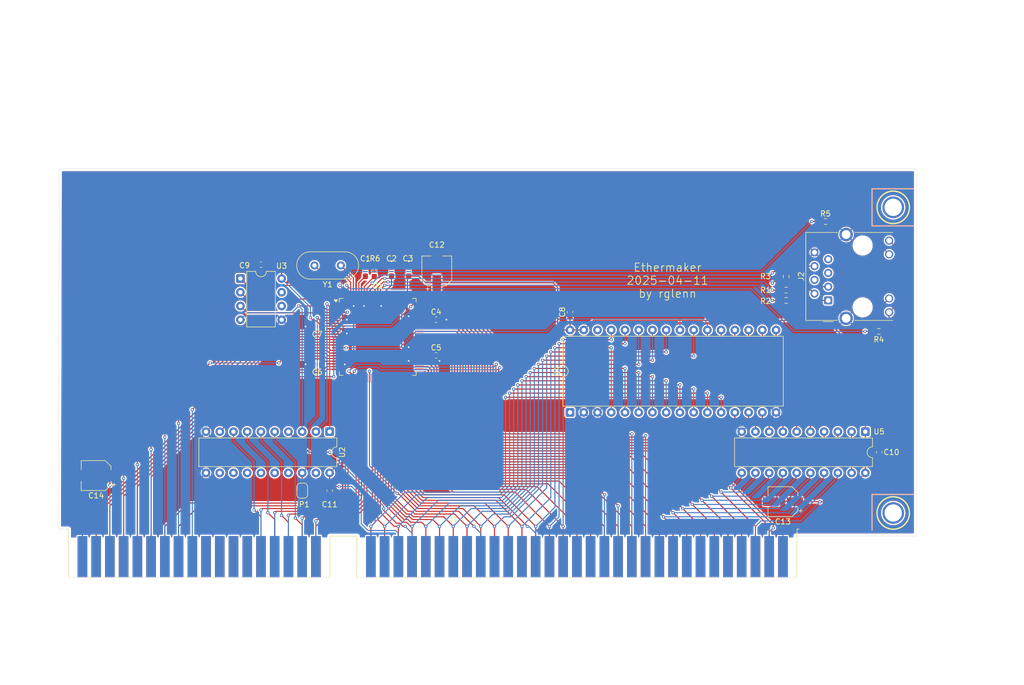
<source format=kicad_pcb>
(kicad_pcb (version 20241229) (generator "pcbnew") (generator_version "9.0")
  (layers (0 "F.Cu" signal) (2 "B.Cu" signal) (13 "F.Paste" user) (15 "B.Paste" user) (5 "F.SilkS" user "F.Silkscreen") (7 "B.SilkS" user "B.Silkscreen") (1 "F.Mask" user) (3 "B.Mask" user) (25 "Edge.Cuts" user))
  (net 0 "")
  (net 1 "GND")
  (net 2 "+5V")
  (net 3 "/LA23")
  (net 4 "/A12")
  (net 5 "/~{DACK5}")
  (net 10 "/DRQ6")
  (net 12 "/~{SMEMR}")
  (net 14 "/A14")
  (net 15 "/~{IOR}")
  (net 16 "/A15")
  (net 18 "/A0")
  (net 19 "/~{DACK7}")
  (net 22 "/A11")
  (net 24 "/D10")
  (net 25 "/RESET")
  (net 26 "/A18")
  (net 28 "/IOCHRDY")
  (net 30 "/~{DACK6}")
  (net 32 "/IRQ10")
  (net 34 "/D5")
  (net 35 "/D8")
  (net 36 "/A13")
  (net 38 "/A17")
  (net 39 "/LA20")
  (net 40 "/IRQ5")
  (net 41 "/D11")
  (net 42 "/D7")
  (net 43 "/D4")
  (net 45 "/A5")
  (net 47 "/A16")
  (net 48 "/A9")
  (net 50 "/D15")
  (net 51 "/AEN")
  (net 52 "/LA21")
  (net 54 "/A1")
  (net 55 "/D3")
  (net 56 "/D9")
  (net 57 "/DRQ7")
  (net 58 "/BALE")
  (net 59 "/A10")
  (net 61 "/D12")
  (net 62 "/~{SMEMW}")
  (net 64 "/~{IOCS16}")
  (net 65 "/D6")
  (net 66 "/A2")
  (net 68 "/~{REFRESH}")
  (net 69 "/~{MEMCS16}")
  (net 70 "/~{SBHE}")
  (net 73 "/A6")
  (net 74 "/A8")
  (net 75 "/A4")
  (net 78 "/~{IOW}")
  (net 79 "/D13")
  (net 80 "/A7")
  (net 81 "/D14")
  (net 82 "/LA22")
  (net 83 "/DRQ5")
  (net 84 "/D1")
  (net 86 "/IRQ12")
  (net 87 "/IRQ11")
  (net 88 "/D2")
  (net 90 "/D0")
  (net 92 "/A3")
  (net 93 "/A19")
  (net 95 "Net-(J2-Pad10)")
  (net 96 "Net-(J2-TD-)")
  (net 98 "Net-(J2-TD+)")
  (net 99 "Net-(J2-RD+)")
  (net 100 "Net-(J2-RD-)")
  (net 102 "Net-(J2-Pad11)")
  (net 103 "/~{CHIPSEL}")
  (net 104 "Net-(U1-TXD-)")
  (net 105 "Net-(U1-TXD+)")
  (net 106 "Net-(U1-~{LINKLED})")
  (net 107 "Net-(U1-~{LANLED})")
  (net 108 "Net-(U1-RES)")
  (net 111 "/~{EL_CS}")
  (net 112 "/EEDIN")
  (net 113 "/EE_CS")
  (net 114 "Net-(U1-XTAL2)")
  (net 115 "/ROM_CS")
  (net 116 "/EEDOUT")
  (net 119 "/EE_SK")
  (net 120 "Net-(U1-XTAL1)")
  (net 134 "Net-(U4-D2)")
  (net 135 "Net-(U4-D3)")
  (net 137 "Net-(U4-D0)")
  (net 138 "Net-(U4-D7)")
  (net 139 "Net-(U4-D6)")
  (net 140 "Net-(U4-D5)")
  (net 142 "Net-(U4-D4)")
  (net 143 "Net-(U4-D1)")
  (footprint "pc-parts:PC_BRACKET_ISA_KEYSTONE_9202_Rev1" (layer "F.Cu") (at 171.45 127)
    (property "Reference" "BRACKET1" (hide yes))
    (property "Value" "~" (hide yes))
  )
  (footprint "Capacitor_SMD:C_0603_1608Metric_Pad1.08x0.95mm_HandSolder" (layer "F.Cu") (at 85.344 87.63 180)
    (property "Reference" "C6")
    (property "Value" "100n")
  )
  (footprint "Resistor_SMD:R_0603_1608Metric_Pad0.98x0.95mm_HandSolder" (layer "F.Cu") (at 172.041 75.814)
    (property "Reference" "R2")
    (property "Value" "24.3")
  )
  (footprint "Capacitor_SMD:CP_Elec_5x5.3" (layer "F.Cu") (at 107.442 70.358 90)
    (property "Reference" "C12")
    (property "Value" "22u")
  )
  (footprint "Package_DIP:DIP-32_W15.24mm" (layer "F.Cu") (at 132.08 96.52 90)
    (property "Reference" "U4")
    (property "Value" "SST39SF010")
  )
  (footprint "Capacitor_SMD:C_0603_1608Metric_Pad1.08x0.95mm_HandSolder" (layer "F.Cu") (at 94.234 70.485 90)
    (property "Reference" "C1")
    (property "Value" "100n")
  )
  (footprint "Capacitor_SMD:C_0603_1608Metric_Pad1.08x0.95mm_HandSolder" (layer "F.Cu") (at 107.315 85.979)
    (property "Reference" "C5")
    (property "Value" "100n")
  )
  (footprint "Resistor_SMD:R_0603_1608Metric_Pad0.98x0.95mm_HandSolder" (layer "F.Cu") (at 172.041 71.369 -90)
    (property "Reference" "R3")
    (property "Value" "100")
  )
  (footprint "Jumper:SolderJumper-2_P1.3mm_Open_RoundedPad1.0x1.5mm" (layer "F.Cu") (at 82.55 110.998 -90)
    (property "Reference" "JP1")
    (property "Value" "NO_ROM")
  )
  (footprint "Capacitor_SMD:C_0603_1608Metric_Pad1.08x0.95mm_HandSolder" (layer "F.Cu") (at 85.344 80.645 180)
    (property "Reference" "C7")
    (property "Value" "100n")
  )
  (footprint "Capacitor_SMD:C_0603_1608Metric_Pad1.08x0.95mm_HandSolder" (layer "F.Cu") (at 74.93 69.215 180)
    (property "Reference" "C9")
    (property "Value" "100n")
  )
  (footprint "Package_QFP:LQFP-100_14x14mm_P0.5mm" (layer "F.Cu") (at 96.52 82.55)
    (property "Reference" "U1")
    (property "Value" "CS8900A")
  )
  (footprint "Capacitor_SMD:C_0603_1608Metric_Pad1.08x0.95mm_HandSolder" (layer "F.Cu") (at 107.315 79.375)
    (property "Reference" "C4")
    (property "Value" "100n")
  )
  (footprint "Capacitor_SMD:C_0603_1608Metric_Pad1.08x0.95mm_HandSolder" (layer "F.Cu") (at 189.23 103.886 -90)
    (property "Reference" "C10")
    (property "Value" "100n")
  )
  (footprint "Capacitor_SMD:C_0603_1608Metric_Pad1.08x0.95mm_HandSolder" (layer "F.Cu") (at 87.63 110.998 -90)
    (property "Reference" "C11")
    (property "Value" "100n")
  )
  (footprint "Capacitor_SMD:C_0603_1608Metric_Pad1.08x0.95mm_HandSolder" (layer "F.Cu") (at 102.235 70.485 90)
    (property "Reference" "C3")
    (property "Value" "100n")
  )
  (footprint "Connector_PCBEdge:BUS_AT" (layer "F.Cu") (at 171.45 123.19)
    (property "Reference" "J1")
    (property "Value" "Bus_ISA_16bit")
  )
  (footprint "Capacitor_SMD:CP_Elec_5x5.3" (layer "F.Cu") (at 171.45 113.03 180)
    (property "Reference" "C13")
    (property "Value" "22u")
  )
  (footprint "Package_DIP:DIP-20_W7.62mm" (layer "F.Cu") (at 186.685 100.086 -90)
    (property "Reference" "U5")
    (property "Value" "74LS245")
  )
  (footprint "Resistor_SMD:R_0603_1608Metric_Pad0.98x0.95mm_HandSolder" (layer "F.Cu") (at 189.181 81.534)
    (property "Reference" "R4")
    (property "Value" "330")
  )
  (footprint "Resistor_SMD:R_0603_1608Metric_Pad0.98x0.95mm_HandSolder" (layer "F.Cu") (at 95.885 70.485 90)
    (property "Reference" "R6")
    (property "Value" "4.99K")
  )
  (footprint "Package_DIP:DIP-8_W7.62mm" (layer "F.Cu") (at 71.13 71.765)
    (property "Reference" "U3")
    (property "Value" "93C46A")
  )
  (footprint "Package_DIP:DIP-20_W7.62mm" (layer "F.Cu") (at 87.625 100.086 -90)
    (property "Reference" "U2")
    (property "Value" "GAL16V8")
  )
  (footprint "Resistor_SMD:R_0603_1608Metric_Pad0.98x0.95mm_HandSolder" (layer "F.Cu") (at 179.324 61.214)
    (property "Reference" "R5")
    (property "Value" "330")
  )
  (footprint "Capacitor_SMD:CP_Elec_5x5.3" (layer "F.Cu") (at 44.45 108.204 180)
    (property "Reference" "C14")
    (property "Value" "22u")
  )
  (footprint "Resistor_SMD:R_0603_1608Metric_Pad0.98x0.95mm_HandSolder" (layer "F.Cu") (at 172.041 73.909)
    (property "Reference" "R1")
    (property "Value" "24.3")
  )
  (footprint "Crystal:Crystal_HC49-4H_Vertical" (layer "F.Cu") (at 89.699 69.342 180)
    (property "Reference" "Y1")
    (property "Value" "20.0 MHz")
  )
  (footprint "Capacitor_SMD:C_0603_1608Metric_Pad1.08x0.95mm_HandSolder" (layer "F.Cu") (at 132.08 77.973 90)
    (property "Reference" "C8")
    (property "Value" "100n")
  )
  (footprint "Connector_RJ:RJ45_Hanrun_HR911105A_Horizontal" (layer "F.Cu") (at 179.826 75.814 90)
    (property "Reference" "J2")
    (property "Value" "RJ45_Hanrun_HR911105A_Horizontal")
  )
  (footprint "Capacitor_SMD:C_0603_1608Metric_Pad1.08x0.95mm_HandSolder" (layer "F.Cu") (at 99.06 70.485 90)
    (property "Reference" "C2")
    (property "Value" "100n")
  )
  (gr_line (start 87.6808 119.4308) (end 87.6808 127) (stroke (width 0.05)) (layer "Edge.Cuts"))
  (gr_line (start 196.1548 119.38) (end 196.1548 51.435) (stroke (width 0.05)) (layer "Edge.Cuts"))
  (gr_line (start 87.6808 127) (end 39.3192 127) (stroke (width 0.05)) (layer "Edge.Cuts"))
  (gr_line (start 173.863 119.38) (end 196.1548 119.38) (stroke (width 0.05)) (layer "Edge.Cuts"))
  (gr_line (start 196.1548 51.435) (end 37.6301 51.435) (stroke (width 0.05)) (layer "Edge.Cuts"))
  (gr_line (start 39.3192 118.11) (end 37.465 118.11) (stroke (width 0.05)) (layer "Edge.Cuts"))
  (gr_line (start 39.3192 127) (end 39.3192 118.11) (stroke (width 0.05)) (layer "Edge.Cuts"))
  (gr_line (start 92.6592 127) (end 92.71 119.4308) (stroke (width 0.05)) (layer "Edge.Cuts"))
  (gr_line (start 173.863 127) (end 173.863 119.38) (stroke (width 0.05)) (layer "Edge.Cuts"))
  (gr_line (start 92.71 119.4308) (end 87.6808 119.4308) (stroke (width 0.05)) (layer "Edge.Cuts"))
  (gr_line (start 37.6301 51.435) (end 37.465 118.11) (stroke (width 0.05)) (layer "Edge.Cuts"))
  (gr_line (start 171.45 127) (end 173.863 127) (stroke (width 0.05)) (layer "Edge.Cuts"))
  (gr_line (start 171.45 127) (end 92.6592 127) (stroke (width 0.05)) (layer "Edge.Cuts"))
  (gr_text "Ethermaker\n2025-04-11\nby rglenn" (at 150.114 72.136 0) (layer "F.SilkS") (effects (font (size 1.5 1.5))))
  (segment (start 97.52 76.47) (end 97.155 76.835) (width 0.2) (layer "F.Cu") (net 1))
  (segment (start 90.424 87.65) (end 90.324 87.55) (width 0.2) (layer "F.Cu") (net 1))
  (segment (start 97.52 74.875) (end 97.52 76.47) (width 0.2) (layer "F.Cu") (net 1))
  (segment (start 102.235 69.6225) (end 102.235 68.58) (width 0.2) (layer "F.Cu") (net 1))
  (segment (start 90.324 87.55) (end 88.845 87.55) (width 0.2) (layer "F.Cu") (net 1))
  (segment (start 88.845 81.05) (end 89.94 81.05) (width 0.2) (layer "F.Cu") (net 1))
  (segment (start 84.4815 80.645) (end 83.185 80.645) (width 0.2) (layer "F.Cu") (net 1))
  (segment (start 104.195 79.05) (end 102.545 79.05) (width 0.2) (layer "F.Cu") (net 1))
  (segment (start 94.234 69.6225) (end 94.234 68.961) (width 0.2) (layer "F.Cu") (net 1))
  (segment (start 108.1775 85.979) (end 108.1775 86.7675) (width 0.2) (layer "F.Cu") (net 1))
  (segment (start 90.13 80.05) (end 90.805 79.375) (width 0.2) (layer "F.Cu") (net 1))
  (segment (start 108.1775 79.375) (end 109.22 79.375) (width 0.2) (layer "F.Cu") (net 1))
  (segment (start 89.94 81.05) (end 90.805 81.915) (width 0.2) (layer "F.Cu") (net 1))
  (segment (start 104.195 85.55) (end 103.33 85.55) (width 0.2) (layer "F.Cu") (net 1))
  (segment (start 103.33 85.55) (end 102.235 84.455) (width 0.2) (layer "F.Cu") (net 1))
  (segment (start 108.1775 86.7675) (end 107.95 86.995) (width 0.2) (layer "F.Cu") (net 1))
  (segment (start 92.52 76.39) (end 92.075 76.835) (width 0.2) (layer "F.Cu") (net 1))
  (segment (start 83.185 87.63) (end 84.4815 87.63) (width 0.2) (layer "F.Cu") (net 1))
  (segment (start 104.195 86.55) (end 102.68 86.55) (width 0.2) (layer "F.Cu") (net 1))
  (segment (start 102.68 86.55) (end 102.235 86.995) (width 0.2) (layer "F.Cu") (net 1))
  (segment (start 94.234 68.961) (end 94.615 68.58) (width 0.2) (layer "F.Cu") (net 1))
  (segment (start 93.52 76.375) (end 93.98 76.835) (width 0.2) (layer "F.Cu") (net 1))
  (segment (start 102.545 79.05) (end 102.235 78.74) (width 0.2) (layer "F.Cu") (net 1))
  (segment (start 99.06 69.6225) (end 99.06 68.58) (width 0.2) (layer "F.Cu") (net 1))
  (segment (start 93.52 74.875) (end 93.52 76.375) (width 0.2) (layer "F.Cu") (net 1))
  (segment (start 92.52 74.875) (end 92.52 76.39) (width 0.2) (layer "F.Cu") (net 1))
  (segment (start 88.845 80.05) (end 90.13 80.05) (width 0.2) (layer "F.Cu") (net 1))
  (via (at 109.22 79.375) (size 0.6) (drill 0.3) (layers "F.Cu" "B.Cu") (net 1))
  (via (at 83.185 87.63) (size 0.6) (drill 0.3) (layers "F.Cu" "B.Cu") (net 1))
  (via (at 92.075 76.835) (size 0.6) (drill 0.3) (layers "F.Cu" "B.Cu") (net 1))
  (via (at 102.235 68.58) (size 0.6) (drill 0.3) (layers "F.Cu" "B.Cu") (net 1))
  (via (at 94.615 68.58) (size 0.6) (drill 0.3) (layers "F.Cu" "B.Cu") (net 1))
  (via (at 93.98 76.835) (size 0.6) (drill 0.3) (layers "F.Cu" "B.Cu") (net 1))
  (via (at 90.424 87.65) (size 0.6) (drill 0.3) (layers "F.Cu" "B.Cu") (net 1))
  (via (at 102.235 86.995) (size 0.6) (drill 0.3) (layers "F.Cu" "B.Cu") (net 1))
  (via (at 97.155 76.835) (size 0.6) (drill 0.3) (layers "F.Cu" "B.Cu") (net 1))
  (via (at 99.06 68.58) (size 0.6) (drill 0.3) (layers "F.Cu" "B.Cu") (net 1))
  (via (at 102.235 78.74) (size 0.6) (drill 0.3) (layers "F.Cu" "B.Cu") (net 1))
  (via (at 90.805 79.375) (size 0.6) (drill 0.3) (layers "F.Cu" "B.Cu") (net 1))
  (via (at 83.185 80.645) (size 0.6) (drill 0.3) (layers "F.Cu" "B.Cu") (net 1))
  (via (at 102.235 84.455) (size 0.6) (drill 0.3) (layers "F.Cu" "B.Cu") (net 1))
  (via (at 90.805 81.915) (size 0.6) (drill 0.3) (layers "F.Cu" "B.Cu") (net 1))
  (via (at 107.95 86.995) (size 0.6) (drill 0.3) (layers "F.Cu" "B.Cu") (net 1))
  (segment (start 89.408 105.923) (end 87.625 107.706) (width 0.2) (layer "F.Cu") (net 2))
  (segment (start 132.08 78.8355) (end 132.08 81.28) (width 0.2) (layer "F.Cu") (net 2))
  (segment (start 192.61 66.273) (end 192.61 76.475) (width 0.2) (layer "F.Cu") (net 2))
  (segment (start 85.1555 79.594) (end 86.2065 80.645) (width 0.2) (layer "F.Cu") (net 2))
  (segment (start 102.02 74.875) (end 102.02 71.5625) (width 0.2) (layer "F.Cu") (net 2))
  (segment (start 46.99 108.544) (end 46.65 108.204) (width 0.2) (layer "F.Cu") (net 2))
  (segment (start 104.1135 71.3475) (end 102.235 71.3475) (width 0.2) (layer "F.Cu") (net 2))
  (segment (start 97.79 78.105) (end 100.965 78.105) (width 0.2) (layer "F.Cu") (net 2))
  (segment (start 86.7865 87.05) (end 86.2065 87.63) (width 0.2) (layer "F.Cu") (net 2))
  (segment (start 179.578 79.502) (end 136.398 79.502) (width 0.2) (layer "F.Cu") (net 2))
  (segment (start 88.845 80.55) (end 91.98 80.55) (width 0.2) (layer "F.Cu") (net 2))
  (segment (start 107.442 72.558) (end 128.946 72.558) (width 0.2) (layer "F.Cu") (net 2))
  (segment (start 91.385 87.685) (end 89.408 89.662) (width 0.2) (layer "F.Cu") (net 2))
  (segment (start 84.074 78.994) (end 84.674 79.594) (width 0.2) (layer "F.Cu") (net 2))
  (segment (start 128.946 72.558) (end 129.794 73.406) (width 0.2) (layer "F.Cu") (net 2))
  (segment (start 95.52 78.089) (end 95.504 78.105) (width 0.2) (layer "F.Cu") (net 2))
  (segment (start 129.794 73.406) (end 129.794 80.518) (width 0.2) (layer "F.Cu") (net 2))
  (segment (start 89.408 89.662) (end 89.408 105.923) (width 0.2) (layer "F.Cu") (net 2))
  (segment (start 99.06 73.025) (end 99.06 71.3475) (width 0.2) (layer "F.Cu") (net 2))
  (segment (start 78.994 86.614) (end 86.36 86.614) (width 0.2) (layer "F.Cu") (net 2))
  (segment (start 86.3015 80.55) (end 86.2065 80.645) (width 0.2) (layer "F.Cu") (net 2))
  (segment (start 189.23 103.0235) (end 186.7855 103.0235) (width 0.2) (layer "F.Cu") (net 2))
  (segment (start 92.075 86.36) (end 92.075 80.645) (width 0.2) (layer "F.Cu") (net 2))
  (segment (start 104.195 79.55) (end 100.965 79.55) (width 0.2) (layer "F.Cu") (net 2))
  (segment (start 78.232 87.376) (end 78.994 86.614) (width 0.2) (layer "F.Cu") (net 2))
  (segment (start 136.398 79.502) (end 134.62 81.28) (width 0.2) (layer "F.Cu") (net 2))
  (segment (start 92.71 78.105) (end 95.504 78.105) (width 0.2) (layer "F.Cu") (net 2))
  (segment (start 100.965 79.375) (end 100.965 84.455) (width 0.2) (layer "F.Cu") (net 2))
  (segment (start 99.03759 73.025) (end 99.06 73.025) (width 0.2) (layer "F.Cu") (net 2))
  (segment (start 87.625 107.706) (end 87.625 110.1305) (width 0.2) (layer "F.Cu") (net 2))
  (segment (start 84.674 79.594) (end 85.1555 79.594) (width 0.2) (layer "F.Cu") (net 2))
  (segment (start 186.685 92.969) (end 186.685 100.086) (width 0.2) (layer "F.Cu") (net 2))
  (segment (start 186.685 107.706) (end 186.685 103.124) (width 0.2) (layer "F.Cu") (net 2))
  (segment (start 91.385 87.05) (end 91.385 87.685) (width 0.2) (layer "F.Cu") (net 2))
  (segment (start 186.7855 103.0235) (end 186.685 103.124) (width 0.2) (layer "F.Cu") (net 2))
  (segment (start 98.02 74.875) (end 98.02 74.04259) (width 0.2) (layer "F.Cu") (net 2))
  (segment (start 178.308 113.03) (end 173.65 113.03) (width 0.2) (layer "F.Cu") (net 2))
  (segment (start 186.69 86.614) (end 179.578 79.502) (width 0.2) (layer "F.Cu") (net 2))
  (segment (start 89.408 110.236) (end 87.7305 110.236) (width 0.2) (layer "F.Cu") (net 2))
  (segment (start 105.324 72.558) (end 104.1135 71.3475) (width 0.2) (layer "F.Cu") (net 2))
  (segment (start 93.02 72.5615) (end 94.234 71.3475) (width 0.2) (layer "F.Cu") (net 2))
  (segment (start 191.086 64.749) (end 192.61 66.273) (width 0.2) (layer "F.Cu") (net 2))
  (segment (start 98.02 74.04259) (end 99.03759 73.025) (width 0.2) (layer "F.Cu") (net 2))
  (segment (start 88.845 87.05) (end 91.385 87.05) (width 0.2) (layer "F.Cu") (net 2))
  (segment (start 100.965 84.455) (end 102.56 86.05) (width 0.2) (layer "F.Cu") (net 2))
  (segment (start 95.52 74.875) (end 95.52 78.089) (width 0.2) (layer "F.Cu") (net 2))
  (segment (start 107.442 72.558) (end 105.324 72.558) (width 0.2) (layer "F.Cu") (net 2))
  (segment (start 46.65 106.258) (end 65.532 87.376) (width 0.2) (layer "F.Cu") (net 2))
  (segment (start 104.195 79.55) (end 106.2775 79.55) (width 0.2) (layer "F.Cu") (net 2))
  (segment (start 191.086 77.999) (end 191.086 82.218) (width 0.2) (layer "F.Cu") (net 2))
  (segment (start 88.845 87.05) (end 86.7865 87.05) (width 0.2) (layer "F.Cu") (net 2))
  (segment (start 191.086 82.218) (end 186.69 86.614) (width 0.2) (layer "F.Cu") (net 2))
  (segment (start 46.65 108.204) (end 46.65 106.258) (width 0.2) (layer "F.Cu") (net 2))
  (segment (start 86.7865 87.0405) (end 86.7865 87.05) (width 0.2) (layer "F.Cu") (net 2))
  (segment (start 86.36 86.614) (end 86.7865 87.0405) (width 0.2) (layer "F.Cu") (net 2))
  (segment (start 101.346 76.581) (end 101.346 77.724) (width 0.2) (layer "F.Cu") (net 2))
  (segment (start 106.2775 79.55) (end 106.4525 79.375) (width 0.2) (layer "F.Cu") (net 2))
  (segment (start 98.02 78.105) (end 97.79 78.105) (width 0.2) (layer "F.Cu") (net 2))
  (segment (start 75.7925 69.215) (end 77.47 69.215) (width 0.2) (layer "F.Cu") (net 2))
  (segment (start 98.02 74.875) (end 98.02 78.105) (width 0.2) (layer "F.Cu") (net 2))
  (segment (start 129.794 80.518) (end 130.556 81.28) (width 0.2) (layer "F.Cu") (net 2))
  (segment (start 186.69 92.964) (end 186.685 92.969) (width 0.2) (layer "F.Cu") (net 2))
  (segment (start 102.02 71.5625) (end 102.235 71.3475) (width 0.2) (layer "F.Cu") (net 2))
  (segment (start 102.56 86.05) (end 104.195 86.05) (width 0.2) (layer "F.Cu") (net 2))
  (segment (start 91.385 87.05) (end 92.075 86.36) (width 0.2) (layer "F.Cu") (net 2))
  (segment (start 87.625 110.1305) (end 87.63 110.1355) (width 0.2) (layer "F.Cu") (net 2))
  (segment (start 93.02 74.875) (end 93.02 78.105) (width 0.2) (layer "F.Cu") (net 2))
  (segment (start 100.965 79.55) (end 100.965 79.375) (width 0.2) (layer "F.Cu") (net 2))
  (segment (start 181.361 113.03) (end 186.685 107.706) (width 0.2) (layer "F.Cu") (net 2))
  (segment (start 95.504 78.105) (end 97.79 78.105) (width 0.2) (layer "F.Cu") (net 2))
  (segment (start 186.685 103.124) (end 186.685 100.086) (width 0.2) (layer "F.Cu") (net 2))
  (segment (start 100.965 78.105) (end 100.965 79.375) (width 0.2) (layer "F.Cu") (net 2))
  (segment (start 92.075 78.74) (end 92.71 78.105) (width 0.2) (layer "F.Cu") (net 2))
  (segment (start 92.075 80.645) (end 92.075 78.74) (width 0.2) (layer "F.Cu") (net 2))
  (segment (start 101.346 77.724) (end 100.965 78.105) (width 0.2) (layer "F.Cu") (net 2))
  (segment (start 132.08 81.28) (end 134.62 81.28) (width 0.2) (layer "F.Cu") (net 2))
  (segment (start 93.02 78.105) (end 92.71 78.105) (width 0.2) (layer "F.Cu") (net 2))
  (segment (start 102.02 74.875) (end 102.02 75.907) (width 0.2) (layer "F.Cu") (net 2))
  (segment (start 186.69 86.614) (end 186.69 92.964) (width 0.2) (layer "F.Cu") (net 2))
  (segment (start 78.75 70.495) (end 78.75 71.765) (width 0.2) (layer "F.Cu") (net 2))
  (segment (start 178.308 113.03) (end 181.361 113.03) (width 0.2) (layer "F.Cu") (net 2))
  (segment (start 192.61 76.475) (end 191.086 77.999) (width 0.2) (layer "F.Cu") (net 2))
  (segment (start 77.47 69.215) (end 78.75 70.495) (width 0.2) (layer "F.Cu") (net 2))
  (segment (start 91.98 80.55) (end 92.075 80.645) (width 0.2) (layer "F.Cu") (net 2))
  (segment (start 87.7305 110.236) (end 87.63 110.1355) (width 0.2) (layer "F.Cu") (net 2))
  (segment (start 93.02 74.875) (end 93.02 72.5615) (width 0.2) (layer "F.Cu") (net 2))
  (segment (start 130.556 81.28) (end 132.08 81.28) (width 0.2) (layer "F.Cu") (net 2))
  (segment (start 106.3815 86.05) (end 106.4525 85.979) (width 0.2) (layer "F.Cu") (net 2))
  (segment (start 46.99 109.982) (end 46.99 108.544) (width 0.2) (layer "F.Cu") (net 2))
  (segment (start 102.02 75.907) (end 101.346 76.581) (width 0.2) (layer "F.Cu") (net 2))
  (segment (start 104.195 86.05) (end 106.3815 86.05) (width 0.2) (layer "F.Cu") (net 2))
  (segment (start 88.845 80.55) (end 86.3015 80.55) (width 0.2) (layer "F.Cu") (net 2))
  (via (at 78.232 87.376) (size 0.6) (drill 0.3) (layers "F.Cu" "B.Cu") (net 2))
  (via (at 46.99 109.982) (size 0.6) (drill 0.3) (layers "F.Cu" "B.Cu") (net 2))
  (via (at 65.532 87.376) (size 0.6) (drill 0.3) (layers "F.Cu" "B.Cu") (net 2))
  (via (at 89.408 110.236) (size 0.6) (drill 0.3) (layers "F.Cu" "B.Cu") (net 2))
  (via (at 178.308 113.03) (size 0.6) (drill 0.3) (layers "F.Cu" "B.Cu") (net 2))
  (via (at 84.074 78.994) (size 0.6) (drill 0.3) (layers "F.Cu" "B.Cu") (net 2))
  (segment (start 176.022 115.316) (end 178.308 113.03) (width 0.2) (layer "B.Cu") (net 2))
  (segment (start 65.532 87.376) (end 78.232 87.376) (width 0.2) (layer "B.Cu") (net 2))
  (segment (start 97.282 118.364) (end 94.742 118.364) (width 0.2) (layer "B.Cu") (net 2))
  (segment (start 166.37 117.602) (end 167.386 116.586) (width 0.2) (layer "B.Cu") (net 2))
  (segment (start 93.472 117.094) (end 93.472 112.014) (width 0.2) (layer "B.Cu") (net 2))
  (segment (start 174.752 116.586) (end 176.022 115.316) (width 0.2) (layer "B.Cu") (net 2))
  (segment (start 167.386 116.586) (end 174.752 116.586) (width 0.2) (layer "B.Cu") (net 2))
  (segment (start 46.99 123.19) (end 46.99 109.982) (width 0.2) (layer "B.Cu") (net 2))
  (segment (start 84.074 78.994) (end 84.074 77.089) (width 0.2) (layer "B.Cu") (net 2))
  (segment (start 94.742 118.364) (end 93.472 117.094) (width 0.2) (layer "B.Cu") (net 2))
  (segment (start 99.822 118.364) (end 97.282 118.364) (width 0.2) (layer "B.Cu") (net 2))
  (segment (start 93.472 112.014) (end 91.694 110.236) (width 0.2) (layer "B.Cu") (net 2))
  (segment (start 100.33 123.19) (end 100.33 118.872) (width 0.2) (layer "B.Cu") (net 2))
  (segment (start 91.694 110.236) (end 89.408 110.236) (width 0.2) (layer "B.Cu") (net 2))
  (segment (start 100.33 118.872) (end 99.822 118.364) (width 0.2) (layer "B.Cu") (net 2))
  (segment (start 84.074 77.089) (end 78.75 71.765) (width 0.2) (layer "B.Cu") (net 2))
  (segment (start 166.37 123.19) (end 166.37 117.602) (width 0.2) (layer "B.Cu") (net 2))
  (segment (start 82.55 117.348) (end 81.28 116.078) (width 0.2) (layer "F.Cu") (net 3))
  (segment (start 82.55 123.19) (end 82.55 117.348) (width 0.2) (layer "F.Cu") (net 3))
  (via (at 81.28 116.078) (size 0.6) (drill 0.3) (layers "F.Cu" "B.Cu") (net 3))
  (segment (start 81.28 116.078) (end 81.28 105.664) (width 0.2) (layer "B.Cu") (net 3))
  (segment (start 81.28 105.664) (end 77.465 101.849) (width 0.2) (layer "B.Cu") (net 3))
  (segment (start 77.465 101.849) (end 77.465 100.086) (width 0.2) (layer "B.Cu") (net 3))
  (segment (start 129.291 84.577) (end 129.286 84.582) (width 0.2) (layer "F.Cu") (net 4))
  (segment (start 102.52 109.124) (end 105.156 111.76) (width 0.2) (layer "F.Cu") (net 4))
  (segment (start 125.73 117.602) (end 125.73 123.19) (width 0.2) (layer "F.Cu") (net 4))
  (segment (start 119.888 111.76) (end 125.73 117.602) (width 0.2) (layer "F.Cu") (net 4))
  (segment (start 102.52 90.225) (end 102.52 109.124) (width 0.2) (layer "F.Cu") (net 4))
  (segment (start 105.156 111.76) (end 119.888 111.76) (width 0.2) (layer "F.Cu") (net 4))
  (segment (start 139.7 84.577) (end 129.291 84.577) (width 0.2) (layer "F.Cu") (net 4))
  (via (at 125.73 117.602) (size 0.6) (drill 0.3) (layers "F.Cu" "B.Cu") (net 4))
  (via (at 139.7 84.577) (size 0.6) (drill 0.3) (layers "F.Cu" "B.Cu") (net 4))
  (via (at 129.286 84.582) (size 0.6) (drill 0.3) (layers "F.Cu" "B.Cu") (net 4))
  (segment (start 129.286 114.046) (end 125.73 117.602) (width 0.2) (layer "B.Cu") (net 4))
  (segment (start 129.286 84.582) (end 129.286 114.046) (width 0.2) (layer "B.Cu") (net 4))
  (segment (start 139.7 96.52) (end 139.7 84.577) (width 0.2) (layer "B.Cu") (net 4))
  (segment (start 74.192 84.05) (end 62.23 96.012) (width 0.2) (layer "F.Cu") (net 5))
  (segment (start 88.845 84.05) (end 74.192 84.05) (width 0.2) (layer "F.Cu") (net 5))
  (via (at 62.23 96.012) (size 0.6) (drill 0.3) (layers "F.Cu" "B.Cu") (net 5))
  (segment (start 62.23 96.012) (end 62.23 123.19) (width 0.2) (layer "B.Cu") (net 5))
  (segment (start 73.152 82.55) (end 56.642 99.06) (width 0.2) (layer "F.Cu") (net 10))
  (segment (start 88.845 82.55) (end 73.152 82.55) (width 0.2) (layer "F.Cu") (net 10))
  (segment (start 56.642 99.06) (end 54.61 101.092) (width 0.2) (layer "F.Cu") (net 10))
  (segment (start 54.61 101.092) (end 54.61 103.378) (width 0.2) (layer "F.Cu") (net 10))
  (via (at 54.61 103.378) (size 0.6) (drill 0.3) (layers "F.Cu" "B.Cu") (net 10))
  (segment (start 54.61 103.378) (end 54.61 123.19) (width 0.2) (layer "B.Cu") (net 10))
  (segment (start 143.51 100.492) (end 119.796 100.492) (width 0.2) (layer "F.Cu") (net 12))
  (segment (start 92.02 89.082) (end 92.02 90.225) (width 0.2) (layer "F.Cu") (net 12))
  (segment (start 92.202 88.9) (end 92.02 89.082) (width 0.2) (layer "F.Cu") (net 12))
  (segment (start 118.872 99.568) (end 118.872 88.432951) (width 0.2) (layer "F.Cu") (net 12))
  (segment (start 119.796 100.492) (end 118.872 99.568) (width 0.2) (layer "F.Cu") (net 12))
  (segment (start 118.872 88.432951) (end 119.056 88.248951) (width 0.2) (layer "F.Cu") (net 12))
  (via (at 92.202 88.9) (size 0.6) (drill 0.3) (layers "F.Cu" "B.Cu") (net 12))
  (via (at 119.056 88.248951) (size 0.6) (drill 0.3) (layers "F.Cu" "B.Cu") (net 12))
  (via (at 143.51 100.492) (size 0.6) (drill 0.3) (layers "F.Cu" "B.Cu") (net 12))
  (segment (start 97.028 88.646) (end 96.52 88.138) (width 0.2) (layer "B.Cu") (net 12))
  (segment (start 143.51 123.19) (end 143.51 100.492) (width 0.2) (layer "B.Cu") (net 12))
  (segment (start 118.658951 88.646) (end 97.028 88.646) (width 0.2) (layer "B.Cu") (net 12))
  (segment (start 96.52 88.138) (end 92.964 88.138) (width 0.2) (layer "B.Cu") (net 12))
  (segment (start 119.056 88.248951) (end 118.658951 88.646) (width 0.2) (layer "B.Cu") (net 12))
  (segment (start 92.964 88.138) (end 92.202 88.9) (width 0.2) (layer "B.Cu") (net 12))
  (segment (start 139.695 83.058) (end 130.81 83.058) (width 0.2) (layer "F.Cu") (net 14))
  (segment (start 110.744 110.744) (end 123.952 110.744) (width 0.2) (layer "F.Cu") (net 14))
  (segment (start 104.195 88.05) (end 105.83 88.05) (width 0.2) (layer "F.Cu") (net 14))
  (segment (start 106.426 88.646) (end 106.426 106.426) (width 0.2) (layer "F.Cu") (net 14))
  (segment (start 105.83 88.05) (end 106.426 88.646) (width 0.2) (layer "F.Cu") (net 14))
  (segment (start 139.7 83.053) (end 139.695 83.058) (width 0.2) (layer "F.Cu") (net 14))
  (segment (start 130.81 117.602) (end 130.81 123.19) (width 0.2) (layer "F.Cu") (net 14))
  (segment (start 123.952 110.744) (end 130.81 117.602) (width 0.2) (layer "F.Cu") (net 14))
  (segment (start 106.426 106.426) (end 110.744 110.744) (width 0.2) (layer "F.Cu") (net 14))
  (via (at 130.81 83.058) (size 0.6) (drill 0.3) (layers "F.Cu" "B.Cu") (net 14))
  (via (at 130.81 117.602) (size 0.6) (drill 0.3) (layers "F.Cu" "B.Cu") (net 14))
  (via (at 139.7 83.053) (size 0.6) (drill 0.3) (layers "F.Cu" "B.Cu") (net 14))
  (segment (start 130.81 83.058) (end 130.81 117.602) (width 0.2) (layer "B.Cu") (net 14))
  (segment (start 139.7 81.28) (end 139.7 83.053) (width 0.2) (layer "B.Cu") (net 14))
  (segment (start 138.386735 111.716735) (end 134.366 107.696) (width 0.2) (layer "F.Cu") (net 15))
  (segment (start 134.366 107.696) (end 116.332 107.696) (width 0.2) (layer "F.Cu") (net 15))
  (segment (start 111.76 103.124) (end 111.76 85.344) (width 0.2) (layer "F.Cu") (net 15))
  (segment (start 138.473265 111.716735) (end 138.386735 111.716735) (width 0.2) (layer "F.Cu") (net 15))
  (segment (start 116.332 107.696) (end 111.76 103.124) (width 0.2) (layer "F.Cu") (net 15))
  (segment (start 111.76 85.344) (end 109.966 83.55) (width 0.2) (layer "F.Cu") (net 15))
  (segment (start 109.966 83.55) (end 104.195 83.55) (width 0.2) (layer "F.Cu") (net 15))
  (via (at 138.473265 111.716735) (size 0.6) (drill 0.3) (layers "F.Cu" "B.Cu") (net 15))
  (segment (start 138.43 111.76) (end 138.43 123.19) (width 0.2) (layer "B.Cu") (net 15))
  (segment (start 138.473265 111.716735) (end 138.43 111.76) (width 0.2) (layer "B.Cu") (net 15))
  (segment (start 133.35 117.602) (end 133.35 123.19) (width 0.2) (layer "F.Cu") (net 16))
  (segment (start 106.092 87.55) (end 106.934 88.392) (width 0.2) (layer "F.Cu") (net 16))
  (segment (start 104.195 87.55) (end 106.092 87.55) (width 0.2) (layer "F.Cu") (net 16))
  (segment (start 125.984 110.236) (end 133.35 117.602) (width 0.2) (layer "F.Cu") (net 16))
  (segment (start 110.998 110.236) (end 125.984 110.236) (width 0.2) (layer "F.Cu") (net 16))
  (segment (start 106.934 88.392) (end 106.934 106.172) (width 0.2) (layer "F.Cu") (net 16))
  (segment (start 106.934 106.172) (end 110.998 110.236) (width 0.2) (layer "F.Cu") (net 16))
  (segment (start 160.015 93.726) (end 120.142 93.726) (width 0.2) (layer "F.Cu") (net 18))
  (segment (start 96.02 90.225) (end 96.02 116.832) (width 0.2) (layer "F.Cu") (net 18))
  (segment (start 95.25 117.602) (end 95.25 123.19) (width 0.2) (layer "F.Cu") (net 18))
  (segment (start 96.02 116.832) (end 95.25 117.602) (width 0.2) (layer "F.Cu") (net 18))
  (segment (start 160.02 93.721) (end 160.015 93.726) (width 0.2) (layer "F.Cu") (net 18))
  (via (at 120.142 93.726) (size 0.6) (drill 0.3) (layers "F.Cu" "B.Cu") (net 18))
  (via (at 95.25 117.602) (size 0.6) (drill 0.3) (layers "F.Cu" "B.Cu") (net 18))
  (via (at 160.02 93.721) (size 0.6) (drill 0.3) (layers "F.Cu" "B.Cu") (net 18))
  (segment (start 120.142 93.726) (end 120.142 109.982) (width 0.2) (layer "B.Cu") (net 18))
  (segment (start 160.02 93.721) (end 160.02 96.52) (width 0.2) (layer "B.Cu") (net 18))
  (segment (start 120.142 109.982) (end 118.872 111.252) (width 0.2) (layer "B.Cu") (net 18))
  (segment (start 118.872 111.252) (end 101.6 111.252) (width 0.2) (layer "B.Cu") (net 18))
  (segment (start 101.6 111.252) (end 95.25 117.602) (width 0.2) (layer "B.Cu") (net 18))
  (segment (start 88.845 82.05) (end 72.89 82.05) (width 0.2) (layer "F.Cu") (net 19))
  (segment (start 72.89 82.05) (end 72.136 82.804) (width 0.2) (layer "F.Cu") (net 19))
  (segment (start 52.07 102.87) (end 52.07 106.172) (width 0.2) (layer "F.Cu") (net 19))
  (segment (start 72.136 82.804) (end 52.07 102.87) (width 0.2) (layer "F.Cu") (net 19))
  (via (at 52.07 106.172) (size 0.6) (drill 0.3) (layers "F.Cu" "B.Cu") (net 19))
  (segment (start 52.07 106.172) (end 52.07 123.19) (width 0.2) (layer "B.Cu") (net 19))
  (segment (start 104.648 112.776) (end 118.364 112.776) (width 0.2) (layer "F.Cu") (net 22))
  (segment (start 123.19 117.602) (end 123.19 123.19) (width 0.2) (layer "F.Cu") (net 22))
  (segment (start 118.364 112.776) (end 123.19 117.602) (width 0.2) (layer "F.Cu") (net 22))
  (segment (start 149.86 85.339) (end 149.855 85.344) (width 0.2) (layer "F.Cu") (net 22))
  (segment (start 101.52 109.648) (end 104.648 112.776) (width 0.2) (layer "F.Cu") (net 22))
  (segment (start 101.52 90.225) (end 101.52 109.648) (width 0.2) (layer "F.Cu") (net 22))
  (segment (start 149.855 85.344) (end 128.524 85.344) (width 0.2) (layer "F.Cu") (net 22))
  (via (at 149.86 85.339) (size 0.6) (drill 0.3) (layers "F.Cu" "B.Cu") (net 22))
  (via (at 128.524 85.344) (size 0.6) (drill 0.3) (layers "F.Cu" "B.Cu") (net 22))
  (via (at 123.19 117.602) (size 0.6) (drill 0.3) (layers "F.Cu" "B.Cu") (net 22))
  (segment (start 128.524 112.268) (end 123.19 117.602) (width 0.2) (layer "B.Cu") (net 22))
  (segment (start 149.86 81.28) (end 149.86 85.339) (width 0.2) (layer "B.Cu") (net 22))
  (segment (start 128.524 85.344) (end 128.524 112.268) (width 0.2) (layer "B.Cu") (net 22))
  (segment (start 86.614 89.154) (end 73.914 89.154) (width 0.2) (layer "F.Cu") (net 24))
  (segment (start 88.845 88.55) (end 87.218 88.55) (width 0.2) (layer "F.Cu") (net 24))
  (segment (start 73.914 89.154) (end 54.61 108.458) (width 0.2) (layer "F.Cu") (net 24))
  (segment (start 54.61 108.458) (end 54.61 123.19) (width 0.2) (layer "F.Cu") (net 24))
  (segment (start 87.218 88.55) (end 86.614 89.154) (width 0.2) (layer "F.Cu") (net 24))
  (segment (start 112.11 76.55) (end 104.195 76.55) (width 0.2) (layer "F.Cu") (net 25))
  (segment (start 117.856 100.076) (end 117.856 82.296) (width 0.2) (layer "F.Cu") (net 25))
  (segment (start 67.305 100.086) (end 77.475 89.916) (width 0.2) (layer "F.Cu") (net 25))
  (segment (start 169.672 117.856) (end 169.672 117.348) (width 0.2) (layer "F.Cu") (net 25))
  (segment (start 169.672 117.348) (end 153.924 101.6) (width 0.2) (layer "F.Cu") (net 25))
  (segment (start 153.924 101.6) (end 119.38 101.6) (width 0.2) (layer "F.Cu") (net 25))
  (segment (start 102.616 76.962) (end 103.028 76.55) (width 0.2) (layer "F.Cu") (net 25))
  (segment (start 77.475 89.916) (end 88.392 89.916) (width 0.2) (layer "F.Cu") (net 25))
  (segment (start 119.38 101.6) (end 117.856 100.076) (width 0.2) (layer "F.Cu") (net 25))
  (segment (start 117.856 82.296) (end 112.11 76.55) (width 0.2) (layer "F.Cu") (net 25))
  (segment (start 103.028 76.55) (end 104.195 76.55) (width 0.2) (layer "F.Cu") (net 25))
  (via (at 169.672 117.856) (size 0.6) (drill 0.3) (layers "F.Cu" "B.Cu") (net 25))
  (via (at 88.392 89.916) (size 0.6) (drill 0.3) (layers "F.Cu" "B.Cu") (net 25))
  (via (at 102.616 76.962) (size 0.6) (drill 0.3) (layers "F.Cu" "B.Cu") (net 25))
  (segment (start 169.672 117.856) (end 168.91 118.618) (width 0.2) (layer "B.Cu") (net 25))
  (segment (start 102.616 76.962) (end 99.06 80.518) (width 0.2) (layer "B.Cu") (net 25))
  (segment (start 99.06 80.518) (end 90.424 80.518) (width 0.2) (layer "B.Cu") (net 25))
  (segment (start 88.392 82.55) (end 88.392 89.916) (width 0.2) (layer "B.Cu") (net 25))
  (segment (start 168.91 118.618) (end 168.91 123.19) (width 0.2) (layer "B.Cu") (net 25))
  (segment (start 90.424 80.518) (end 88.392 82.55) (width 0.2) (layer "B.Cu") (net 25))
  (segment (start 110.744 103.632) (end 115.824 108.712) (width 0.2) (layer "F.Cu") (net 26))
  (segment (start 109.442 84.55) (end 110.744 85.852) (width 0.2) (layer "F.Cu") (net 26))
  (segment (start 132.08 108.712) (end 140.97 117.602) (width 0.2) (layer "F.Cu") (net 26))
  (segment (start 140.97 117.602) (end 140.97 123.19) (width 0.2) (layer "F.Cu") (net 26))
  (segment (start 110.744 85.852) (end 110.744 103.632) (width 0.2) (layer "F.Cu") (net 26))
  (segment (start 115.824 108.712) (end 132.08 108.712) (width 0.2) (layer "F.Cu") (net 26))
  (segment (start 104.195 84.55) (end 109.442 84.55) (width 0.2) (layer "F.Cu") (net 26))
  (segment (start 137.16 106.172) (end 148.59 117.602) (width 0.2) (layer "F.Cu") (net 28))
  (segment (start 113.284 84.582) (end 113.284 102.362) (width 0.2) (layer "F.Cu") (net 28))
  (segment (start 110.752 82.05) (end 113.284 84.582) (width 0.2) (layer "F.Cu") (net 28))
  (segment (start 113.284 102.362) (end 117.094 106.172) (width 0.2) (layer "F.Cu") (net 28))
  (segment (start 117.094 106.172) (end 137.16 106.172) (width 0.2) (layer "F.Cu") (net 28))
  (segment (start 148.59 117.602) (end 148.59 123.19) (width 0.2) (layer "F.Cu") (net 28))
  (segment (start 104.195 82.05) (end 110.752 82.05) (width 0.2) (layer "F.Cu") (net 28))
  (segment (start 73.414 83.05) (end 88.845 83.05) (width 0.2) (layer "F.Cu") (net 30))
  (segment (start 57.15 99.314) (end 73.414 83.05) (width 0.2) (layer "F.Cu") (net 30))
  (segment (start 57.15 101.092) (end 57.15 99.314) (width 0.2) (layer "F.Cu") (net 30))
  (via (at 57.15 101.092) (size 0.6) (drill 0.3) (layers "F.Cu" "B.Cu") (net 30))
  (segment (start 57.15 101.092) (end 57.15 123.19) (width 0.2) (layer "B.Cu") (net 30))
  (segment (start 80.264 115.316) (end 90.678 115.316) (width 0.2) (layer "F.Cu") (net 32))
  (segment (start 90.678 115.316) (end 93.52 112.474) (width 0.2) (layer "F.Cu") (net 32))
  (segment (start 80.01 115.57) (end 80.264 115.316) (width 0.2) (layer "F.Cu") (net 32))
  (segment (start 93.52 112.474) (end 93.52 90.225) (width 0.2) (layer "F.Cu") (net 32))
  (via (at 80.01 115.57) (size 0.6) (drill 0.3) (layers "F.Cu" "B.Cu") (net 32))
  (segment (start 80.01 115.57) (end 80.01 123.19) (width 0.2) (layer "B.Cu") (net 32))
  (segment (start 104.195 78.05) (end 111.324 78.05) (width 0.2) (layer "F.Cu") (net 34))
  (segment (start 149.352 103.124) (end 158.242 112.014) (width 0.2) (layer "F.Cu") (net 34))
  (segment (start 158.242 112.014) (end 163.83 117.602) (width 0.2) (layer "F.Cu") (net 34))
  (segment (start 118.618 103.124) (end 149.352 103.124) (width 0.2) (layer "F.Cu") (net 34))
  (segment (start 111.324 78.05) (end 116.332 83.058) (width 0.2) (layer "F.Cu") (net 34))
  (segment (start 116.332 83.058) (end 116.332 100.838) (width 0.2) (layer "F.Cu") (net 34))
  (segment (start 163.83 117.602) (end 163.83 123.19) (width 0.2) (layer "F.Cu") (net 34))
  (segment (start 116.332 100.838) (end 118.618 103.124) (width 0.2) (layer "F.Cu") (net 34))
  (via (at 158.242 112.014) (size 0.6) (drill 0.3) (layers "F.Cu" "B.Cu") (net 34))
  (segment (start 168.91 107.711) (end 168.91 108.458) (width 0.2) (layer "B.Cu") (net 34))
  (segment (start 168.905 107.706) (end 168.91 107.711) (width 0.2) (layer "B.Cu") (net 34))
  (segment (start 165.354 112.014) (end 158.242 112.014) (width 0.2) (layer "B.Cu") (net 34))
  (segment (start 168.91 108.458) (end 165.354 112.014) (width 0.2) (layer "B.Cu") (net 34))
  (segment (start 63.5 113.792) (end 59.69 117.602) (width 0.2) (layer "F.Cu") (net 35))
  (segment (start 91.02 90.225) (end 91.02 111.418) (width 0.2) (layer "F.Cu") (net 35))
  (segment (start 91.02 111.418) (end 88.646 113.792) (width 0.2) (layer "F.Cu") (net 35))
  (segment (start 59.69 117.602) (end 59.69 123.19) (width 0.2) (layer "F.Cu") (net 35))
  (segment (start 88.646 113.792) (end 63.5 113.792) (width 0.2) (layer "F.Cu") (net 35))
  (segment (start 105.568 88.55) (end 105.918 88.9) (width 0.2) (layer "F.Cu") (net 36))
  (segment (start 142.235 83.82) (end 142.24 83.815) (width 0.2) (layer "F.Cu") (net 36))
  (segment (start 110.49 111.252) (end 121.92 111.252) (width 0.2) (layer "F.Cu") (net 36))
  (segment (start 130.048 83.82) (end 142.235 83.82) (width 0.2) (layer "F.Cu") (net 36))
  (segment (start 121.92 111.252) (end 128.27 117.602) (width 0.2) (layer "F.Cu") (net 36))
  (segment (start 105.918 88.9) (end 105.918 106.68) (width 0.2) (layer "F.Cu") (net 36))
  (segment (start 104.195 88.55) (end 105.568 88.55) (width 0.2) (layer "F.Cu") (net 36))
  (segment (start 105.918 106.68) (end 110.49 111.252) (width 0.2) (layer "F.Cu") (net 36))
  (segment (start 128.27 117.602) (end 128.27 123.19) (width 0.2) (layer "F.Cu") (net 36))
  (via (at 130.048 83.82) (size 0.6) (drill 0.3) (layers "F.Cu" "B.Cu") (net 36))
  (via (at 128.27 117.602) (size 0.6) (drill 0.3) (layers "F.Cu" "B.Cu") (net 36))
  (via (at 142.24 83.815) (size 0.6) (drill 0.3) (layers "F.Cu" "B.Cu") (net 36))
  (segment (start 142.24 83.815) (end 142.24 81.28) (width 0.2) (layer "B.Cu") (net 36))
  (segment (start 130.048 115.824) (end 128.27 117.602) (width 0.2) (layer "B.Cu") (net 36))
  (segment (start 130.048 83.82) (end 130.048 115.824) (width 0.2) (layer "B.Cu") (net 36))
  (segment (start 115.57 109.22) (end 130.048 109.22) (width 0.2) (layer "F.Cu") (net 38))
  (segment (start 110.236 86.106) (end 110.236 103.886) (width 0.2) (layer "F.Cu") (net 38))
  (segment (start 109.18 85.05) (end 110.236 86.106) (width 0.2) (layer "F.Cu") (net 38))
  (segment (start 110.236 103.886) (end 115.57 109.22) (width 0.2) (layer "F.Cu") (net 38))
  (segment (start 138.43 117.602) (end 138.43 123.19) (width 0.2) (layer "F.Cu") (net 38))
  (segment (start 130.048 109.22) (end 138.43 117.602) (width 0.2) (layer "F.Cu") (net 38))
  (segment (start 104.195 85.05) (end 109.18 85.05) (width 0.2) (layer "F.Cu") (net 38))
  (segment (start 74.93 115.824) (end 73.66 114.554) (width 0.2) (layer "F.Cu") (net 39))
  (segment (start 74.93 123.19) (end 74.93 115.824) (width 0.2) (layer "F.Cu") (net 39))
  (via (at 73.66 114.554) (size 0.6) (drill 0.3) (layers "F.Cu" "B.Cu") (net 39))
  (segment (start 69.85 101.854) (end 69.85 101.6) (width 0.2) (layer "B.Cu") (net 39))
  (segment (start 69.845 101.595) (end 69.845 100.086) (width 0.2) (layer "B.Cu") (net 39))
  (segment (start 73.66 105.664) (end 69.85 101.854) (width 0.2) (layer "B.Cu") (net 39))
  (segment (start 69.85 101.6) (end 69.845 101.595) (width 0.2) (layer "B.Cu") (net 39))
  (segment (start 73.66 114.554) (end 73.66 105.664) (width 0.2) (layer "B.Cu") (net 39))
  (segment (start 111.506 114.808) (end 109.22 114.808) (width 0.2) (layer "F.Cu") (net 40))
  (segment (start 103.632 114.808) (end 103.378 114.554) (width 0.2) (layer "F.Cu") (net 40))
  (segment (start 95.02 88.924) (end 94.996 88.9) (width 0.2) (layer "F.Cu") (net 40))
  (segment (start 95.02 90.225) (end 95.02 88.924) (width 0.2) (layer "F.Cu") (net 40))
  (segment (start 114.3 117.602) (end 111.506 114.808) (width 0.2) (layer "F.Cu") (net 40))
  (segment (start 100.33 111.506) (end 100.12 111.506) (width 0.2) (layer "F.Cu") (net 40))
  (segment (start 109.22 114.808) (end 103.632 114.808) (width 0.2) (layer "F.Cu") (net 40))
  (segment (start 103.378 114.554) (end 100.33 111.506) (width 0.2) (layer "F.Cu") (net 40))
  (via (at 94.996 88.9) (size 0.6) (drill 0.3) (layers "F.Cu" "B.Cu") (net 40))
  (via (at 100.12 111.506) (size 0.6) (drill 0.3) (layers "F.Cu" "B.Cu") (net 40))
  (via (at 114.3 117.602) (size 0.6) (drill 0.3) (layers "F.Cu" "B.Cu") (net 40))
  (segment (start 115.57 123.19) (end 115.57 118.872) (width 0.2) (layer "B.Cu") (net 40))
  (segment (start 94.996 106.382) (end 100.12 111.506) (width 0.2) (layer "B.Cu") (net 40))
  (segment (start 94.996 88.9) (end 94.996 106.382) (width 0.2) (layer "B.Cu") (net 40))
  (segment (start 115.57 118.872) (end 114.3 117.602) (width 0.2) (layer "B.Cu") (net 40))
  (segment (start 88.845 88.05) (end 87.090722 88.05) (width 0.2) (layer "F.Cu") (net 41))
  (segment (start 52.07 110.236) (end 52.07 123.19) (width 0.2) (layer "F.Cu") (net 41))
  (segment (start 86.494722 88.646) (end 73.66 88.646) (width 0.2) (layer "F.Cu") (net 41))
  (segment (start 87.090722 88.05) (end 86.494722 88.646) (width 0.2) (layer "F.Cu") (net 41))
  (segment (start 73.66 88.646) (end 52.07 110.236) (width 0.2) (layer "F.Cu") (net 41))
  (segment (start 117.348 100.33) (end 119.126 102.108) (width 0.2) (layer "F.Cu") (net 42))
  (segment (start 153.416 102.108) (end 161.798 110.49) (width 0.2) (layer "F.Cu") (net 42))
  (segment (start 117.348 82.55) (end 117.348 100.33) (width 0.2) (layer "F.Cu") (net 42))
  (segment (start 168.91 117.602) (end 168.91 123.19) (width 0.2) (layer "F.Cu") (net 42))
  (segment (start 104.195 77.05) (end 111.848 77.05) (width 0.2) (layer "F.Cu") (net 42))
  (segment (start 111.848 77.05) (end 117.348 82.55) (width 0.2) (layer "F.Cu") (net 42))
  (segment (start 161.798 110.49) (end 168.91 117.602) (width 0.2) (layer "F.Cu") (net 42))
  (segment (start 119.126 102.108) (end 153.416 102.108) (width 0.2) (layer "F.Cu") (net 42))
  (via (at 161.798 110.49) (size 0.6) (drill 0.3) (layers "F.Cu" "B.Cu") (net 42))
  (segment (start 163.83 108.458) (end 161.798 110.49) (width 0.2) (layer "B.Cu") (net 42))
  (segment (start 163.825 107.706) (end 163.825 108.453) (width 0.2) (layer "B.Cu") (net 42))
  (segment (start 163.825 108.453) (end 163.83 108.458) (width 0.2) (layer "B.Cu") (net 42))
  (segment (start 111.062 78.55) (end 115.824 83.312) (width 0.2) (layer "F.Cu") (net 43))
  (segment (start 118.364 103.632) (end 147.32 103.632) (width 0.2) (layer "F.Cu") (net 43))
  (segment (start 161.29 117.602) (end 161.29 123.19) (width 0.2) (layer "F.Cu") (net 43))
  (segment (start 115.824 83.312) (end 115.824 101.092) (width 0.2) (layer "F.Cu") (net 43))
  (segment (start 115.824 101.092) (end 118.364 103.632) (width 0.2) (layer "F.Cu") (net 43))
  (segment (start 156.464 112.776) (end 161.29 117.602) (width 0.2) (layer "F.Cu") (net 43))
  (segment (start 147.32 103.632) (end 156.464 112.776) (width 0.2) (layer "F.Cu") (net 43))
  (segment (start 104.195 78.55) (end 111.062 78.55) (width 0.2) (layer "F.Cu") (net 43))
  (via (at 156.464 112.776) (size 0.6) (drill 0.3) (layers "F.Cu" "B.Cu") (net 43))
  (segment (start 171.445 107.706) (end 171.445 108.453) (width 0.2) (layer "B.Cu") (net 43))
  (segment (start 167.132 112.776) (end 156.464 112.776) (width 0.2) (layer "B.Cu") (net 43))
  (segment (start 171.45 108.458) (end 167.132 112.776) (width 0.2) (layer "B.Cu") (net 43))
  (segment (start 171.445 108.453) (end 171.45 108.458) (width 0.2) (layer "B.Cu") (net 43))
  (segment (start 147.315 89.916) (end 147.32 89.911) (width 0.2) (layer "F.Cu") (net 45))
  (segment (start 98.52 112.715157) (end 101.628843 115.824) (width 0.2) (layer "F.Cu") (net 45))
  (segment (start 107.95 117.602) (end 107.95 123.19) (width 0.2) (layer "F.Cu") (net 45))
  (segment (start 102.419686 115.824) (end 102.927686 116.332) (width 0.2) (layer "F.Cu") (net 45))
  (segment (start 98.52 90.225) (end 98.52 112.715157) (width 0.2) (layer "F.Cu") (net 45))
  (segment (start 102.927686 116.332) (end 106.68 116.332) (width 0.2) (layer "F.Cu") (net 45))
  (segment (start 101.628843 115.824) (end 102.419686 115.824) (width 0.2) (layer "F.Cu") (net 45))
  (segment (start 106.68 116.332) (end 107.95 117.602) (width 0.2) (layer "F.Cu") (net 45))
  (segment (start 123.952 89.916) (end 147.315 89.916) (width 0.2) (layer "F.Cu") (net 45))
  (via (at 107.95 117.602) (size 0.6) (drill 0.3) (layers "F.Cu" "B.Cu") (net 45))
  (via (at 147.32 89.911) (size 0.6) (drill 0.3) (layers "F.Cu" "B.Cu") (net 45))
  (via (at 123.952 89.916) (size 0.6) (drill 0.3) (layers "F.Cu" "B.Cu") (net 45))
  (segment (start 123.952 89.916) (end 123.952 109.982) (width 0.2) (layer "B.Cu") (net 45))
  (segment (start 111.76 113.792) (end 107.95 117.602) (width 0.2) (layer "B.Cu") (net 45))
  (segment (start 123.952 109.982) (end 120.142 113.792) (width 0.2) (layer "B.Cu") (net 45))
  (segment (start 120.142 113.792) (end 111.76 113.792) (width 0.2) (layer "B.Cu") (net 45))
  (segment (start 147.32 96.52) (end 147.32 89.911) (width 0.2) (layer "B.Cu") (net 45))
  (segment (start 107.442 88.138) (end 107.442 105.918) (width 0.2) (layer "F.Cu") (net 47))
  (segment (start 128.016 109.728) (end 135.89 117.602) (width 0.2) (layer "F.Cu") (net 47))
  (segment (start 107.442 105.918) (end 111.252 109.728) (width 0.2) (layer "F.Cu") (net 47))
  (segment (start 135.89 117.602) (end 135.89 123.19) (width 0.2) (layer "F.Cu") (net 47))
  (segment (start 111.252 109.728) (end 128.016 109.728) (width 0.2) (layer "F.Cu") (net 47))
  (segment (start 106.354 87.05) (end 107.442 88.138) (width 0.2) (layer "F.Cu") (net 47))
  (segment (start 104.195 87.05) (end 106.354 87.05) (width 0.2) (layer "F.Cu") (net 47))
  (segment (start 104.14 113.792) (end 114.3 113.792) (width 0.2) (layer "F.Cu") (net 48))
  (segment (start 118.11 117.602) (end 118.11 123.19) (width 0.2) (layer "F.Cu") (net 48))
  (segment (start 100.52 110.172) (end 104.14 113.792) (width 0.2) (layer "F.Cu") (net 48))
  (segment (start 147.315 86.868) (end 127 86.868) (width 0.2) (layer "F.Cu") (net 48))
  (segment (start 147.32 86.863) (end 147.315 86.868) (width 0.2) (layer "F.Cu") (net 48))
  (segment (start 114.3 113.792) (end 118.11 117.602) (width 0.2) (layer "F.Cu") (net 48))
  (segment (start 100.52 90.225) (end 100.52 110.172) (width 0.2) (layer "F.Cu") (net 48))
  (via (at 147.32 86.863) (size 0.6) (drill 0.3) (layers "F.Cu" "B.Cu") (net 48))
  (via (at 127 86.868) (size 0.6) (drill 0.3) (layers "F.Cu" "B.Cu") (net 48))
  (via (at 118.11 117.602) (size 0.6) (drill 0.3) (layers "F.Cu" "B.Cu") (net 48))
  (segment (start 127 109.982) (end 121.158 115.824) (width 0.2) (layer "B.Cu") (net 48))
  (segment (start 121.158 115.824) (end 119.888 115.824) (width 0.2) (layer "B.Cu") (net 48))
  (segment (start 147.32 81.28) (end 147.32 86.863) (width 0.2) (layer "B.Cu") (net 48))
  (segment (start 119.888 115.824) (end 118.11 117.602) (width 0.2) (layer "B.Cu") (net 48))
  (segment (start 127 86.868) (end 127 109.982) (width 0.2) (layer "B.Cu") (net 48))
  (segment (start 87.376 84.582) (end 74.676 84.582) (width 0.2) (layer "F.Cu") (net 50))
  (segment (start 74.676 84.582) (end 41.91 117.348) (width 0.2) (layer "F.Cu") (net 50))
  (segment (start 88.845 85.05) (end 87.844 85.05) (width 0.2) (layer "F.Cu") (net 50))
  (segment (start 41.91 117.348) (end 41.91 123.19) (width 0.2) (layer "F.Cu") (net 50))
  (segment (start 87.844 85.05) (end 87.376 84.582) (width 0.2) (layer "F.Cu") (net 50))
  (segment (start 116.84 106.68) (end 135.128 106.68) (width 0.2) (layer "F.Cu") (net 51))
  (segment (start 110.49 82.55) (end 112.776 84.836) (width 0.2) (layer "F.Cu") (net 51))
  (segment (start 146.05 117.602) (end 146.05 123.19) (width 0.2) (layer "F.Cu") (net 51))
  (segment (start 112.776 102.616) (end 116.84 106.68) (width 0.2) (layer "F.Cu") (net 51))
  (segment (start 104.195 82.55) (end 110.49 82.55) (width 0.2) (layer "F.Cu") (net 51))
  (segment (start 112.776 84.836) (end 112.776 102.616) (width 0.2) (layer "F.Cu") (net 51))
  (segment (start 135.128 106.68) (end 146.05 117.602) (width 0.2) (layer "F.Cu") (net 51))
  (segment (start 77.47 116.332) (end 76.2 115.062) (width 0.2) (layer "F.Cu") (net 52))
  (segment (start 77.47 123.19) (end 77.47 116.332) (width 0.2) (layer "F.Cu") (net 52))
  (via (at 76.2 115.062) (size 0.6) (drill 0.3) (layers "F.Cu" "B.Cu") (net 52))
  (segment (start 76.2 105.664) (end 72.39 101.854) (width 0.2) (layer "B.Cu") (net 52))
  (segment (start 72.39 101.346) (end 72.385 101.341) (width 0.2) (layer "B.Cu") (net 52))
  (segment (start 72.385 101.341) (end 72.385 100.086) (width 0.2) (layer "B.Cu") (net 52))
  (segment (start 72.39 101.854) (end 72.39 101.346) (width 0.2) (layer "B.Cu") (net 52))
  (segment (start 76.2 115.062) (end 76.2 105.664) (width 0.2) (layer "B.Cu") (net 52))
  (segment (start 157.475 92.964) (end 120.904 92.964) (width 0.2) (layer "F.Cu") (net 54))
  (segment (start 97.79 117.602) (end 97.79 123.19) (width 0.2) (layer "F.Cu") (net 54))
  (segment (start 96.52 90.225) (end 96.52 116.332) (width 0.2) (layer "F.Cu") (net 54))
  (segment (start 157.48 92.959) (end 157.475 92.964) (width 0.2) (layer "F.Cu") (net 54))
  (segment (start 96.52 116.332) (end 97.79 117.602) (width 0.2) (layer "F.Cu") (net 54))
  (via (at 120.904 92.964) (size 0.6) (drill 0.3) (layers "F.Cu" "B.Cu") (net 54))
  (via (at 97.79 117.602) (size 0.6) (drill 0.3) (layers "F.Cu" "B.Cu") (net 54))
  (via (at 157.48 92.959) (size 0.6) (drill 0.3) (layers "F.Cu" "B.Cu") (net 54))
  (segment (start 157.48 96.52) (end 157.48 92.959) (width 0.2) (layer "B.Cu") (net 54))
  (segment (start 120.904 109.982) (end 119.126 111.76) (width 0.2) (layer "B.Cu") (net 54))
  (segment (start 103.632 111.76) (end 97.79 117.602) (width 0.2) (layer "B.Cu") (net 54))
  (segment (start 119.126 111.76) (end 103.632 111.76) (width 0.2) (layer "B.Cu") (net 54))
  (segment (start 120.904 92.964) (end 120.904 109.982) (width 0.2) (layer "B.Cu") (net 54))
  (segment (start 115.316 101.346) (end 118.11 104.14) (width 0.2) (layer "F.Cu") (net 55))
  (segment (start 105.823278 80.05) (end 105.923278 80.15) (width 0.2) (layer "F.Cu") (net 55))
  (segment (start 111.9 80.15) (end 115.316 83.566) (width 0.2) (layer "F.Cu") (net 55))
  (segment (start 145.288 104.14) (end 154.686 113.538) (width 0.2) (layer "F.Cu") (net 55))
  (segment (start 104.195 80.05) (end 105.823278 80.05) (width 0.2) (layer "F.Cu") (net 55))
  (segment (start 158.75 117.602) (end 158.75 123.19) (width 0.2) (layer "F.Cu") (net 55))
  (segment (start 118.11 104.14) (end 145.288 104.14) (width 0.2) (layer "F.Cu") (net 55))
  (segment (start 115.316 83.566) (end 115.316 101.346) (width 0.2) (layer "F.Cu") (net 55))
  (segment (start 154.686 113.538) (end 158.75 117.602) (width 0.2) (layer "F.Cu") (net 55))
  (segment (start 105.923278 80.15) (end 111.9 80.15) (width 0.2) (layer "F.Cu") (net 55))
  (via (at 154.686 113.538) (size 0.6) (drill 0.3) (layers "F.Cu" "B.Cu") (net 55))
  (segment (start 173.985 107.706) (end 173.985 108.453) (width 0.2) (layer "B.Cu") (net 55))
  (segment (start 168.91 113.538) (end 154.686 113.538) (width 0.2) (layer "B.Cu") (net 55))
  (segment (start 173.99 108.458) (end 168.91 113.538) (width 0.2) (layer "B.Cu") (net 55))
  (segment (start 173.985 108.453) (end 173.99 108.458) (width 0.2) (layer "B.Cu") (net 55))
  (segment (start 90.52 111.156) (end 88.392 113.284) (width 0.2) (layer "F.Cu") (net 56))
  (segment (start 61.468 113.284) (end 57.15 117.602) (width 0.2) (layer "F.Cu") (net 56))
  (segment (start 57.15 117.602) (end 57.15 123.19) (width 0.2) (layer "F.Cu") (net 56))
  (segment (start 90.52 90.225) (end 90.52 111.156) (width 0.2) (layer "F.Cu") (net 56))
  (segment (start 88.392 113.284) (end 61.468 113.284) (width 0.2) (layer "F.Cu") (net 56))
  (segment (start 71.374 82.804) (end 49.53 104.648) (width 0.2) (layer "F.Cu") (net 57))
  (segment (start 88.845 81.55) (end 72.628 81.55) (width 0.2) (layer "F.Cu") (net 57))
  (segment (start 72.628 81.55) (end 71.374 82.804) (width 0.2) (layer "F.Cu") (net 57))
  (segment (start 49.53 104.648) (end 49.53 108.712) (width 0.2) (layer "F.Cu") (net 57))
  (via (at 49.53 108.712) (size 0.6) (drill 0.3) (layers "F.Cu" "B.Cu") (net 57))
  (segment (start 49.53 108.712) (end 49.53 123.19) (width 0.2) (layer "B.Cu") (net 57))
  (segment (start 97.62 114.3) (end 97.62 114.638) (width 0.2) (layer "F.Cu") (net 58))
  (segment (start 101.178529 117.602) (end 101.6 117.602) (width 0.2) (layer "F.Cu") (net 58))
  (segment (start 87.63 103.886) (end 83.805 103.886) (width 0.2) (layer "F.Cu") (net 58))
  (segment (start 100.578529 117.002) (end 101.178529 117.602) (width 0.2) (layer "F.Cu") (net 58))
  (segment (start 99.984 117.002) (end 100.578529 117.002) (width 0.2) (layer "F.Cu") (net 58))
  (segment (start 97.62 114.638) (end 99.984 117.002) (width 0.2) (layer "F.Cu") (net 58))
  (segment (start 83.805 103.886) (end 80.005 100.086) (width 0.2) (layer "F.Cu") (net 58))
  (via (at 87.63 103.886) (size 0.6) (drill 0.3) (layers "F.Cu" "B.Cu") (net 58))
  (via (at 101.6 117.602) (size 0.6) (drill 0.3) (layers "F.Cu" "B.Cu") (net 58))
  (via (at 97.62 114.3) (size 0.6) (drill 0.3) (layers "F.Cu" "B.Cu") (net 58))
  (segment (start 102.87 118.872) (end 101.6 117.602) (width 0.2) (layer "B.Cu") (net 58))
  (segment (start 97.62 113.876) (end 87.63 103.886) (width 0.2) (layer "B.Cu") (net 58))
  (segment (start 102.87 123.19) (end 102.87 118.872) (width 0.2) (layer "B.Cu") (net 58))
  (segment (start 97.62 114.3) (end 97.62 113.876) (width 0.2) (layer "B.Cu") (net 58))
  (segment (start 154.94 86.101) (end 154.935 86.106) (width 0.2) (layer "F.Cu") (net 59))
  (segment (start 101.02 90.225) (end 101.02 109.91) (width 0.2) (layer "F.Cu") (net 59))
  (segment (start 154.935 86.106) (end 127.762 86.106) (width 0.2) (layer "F.Cu") (net 59))
  (segment (start 101.02 109.91) (end 104.394 113.284) (width 0.2) (layer "F.Cu") (net 59))
  (segment (start 120.65 117.602) (end 120.65 123.19) (width 0.2) (layer "F.Cu") (net 59))
  (segment (start 116.332 113.284) (end 120.65 117.602) (width 0.2) (layer "F.Cu") (net 59))
  (segment (start 104.394 113.284) (end 116.332 113.284) (width 0.2) (layer "F.Cu") (net 59))
  (via (at 120.65 117.602) (size 0.6) (drill 0.3) (layers "F.Cu" "B.Cu") (net 59))
  (via (at 154.94 86.101) (size 0.6) (drill 0.3) (layers "F.Cu" "B.Cu") (net 59))
  (via (at 127.762 86.106) (size 0.6) (drill 0.3) (layers "F.Cu" "B.Cu") (net 59))
  (segment (start 154.94 81.28) (end 154.94 86.101) (width 0.2) (layer "B.Cu") (net 59))
  (segment (start 127.762 86.106) (end 127.762 110.49) (width 0.2) (layer "B.Cu") (net 59))
  (segment (start 127.762 110.49) (end 120.65 117.602) (width 0.2) (layer "B.Cu") (net 59))
  (segment (start 86.611766 86.106) (end 75.438 86.106) (width 0.2) (layer "F.Cu") (net 61))
  (segment (start 87.055766 86.55) (end 86.611766 86.106) (width 0.2) (layer "F.Cu") (net 61))
  (segment (start 88.845 86.55) (end 87.055766 86.55) (width 0.2) (layer "F.Cu") (net 61))
  (segment (start 75.438 86.106) (end 49.53 112.014) (width 0.2) (layer "F.Cu") (net 61))
  (segment (start 49.53 112.014) (end 49.53 123.19) (width 0.2) (layer "F.Cu") (net 61))
  (segment (start 119.634 101.092) (end 145.796 101.092) (width 0.2) (layer "F.Cu") (net 62))
  (segment (start 91.52 89.234) (end 91.186 88.9) (width 0.2) (layer "F.Cu") (net 62))
  (segment (start 118.456 87.63) (end 118.364 87.722) (width 0.2) (layer "F.Cu") (net 62))
  (segment (start 145.796 101.092) (end 146.05 100.838) (width 0.2) (layer "F.Cu") (net 62))
  (segment (start 91.52 90.225) (end 91.52 89.234) (width 0.2) (layer "F.Cu") (net 62))
  (segment (start 118.364 87.722) (end 118.364 99.822) (width 0.2) (layer "F.Cu") (net 62))
  (segment (start 118.364 99.822) (end 119.634 101.092) (width 0.2) (layer "F.Cu") (net 62))
  (via (at 118.456 87.63) (size 0.6) (drill 0.3) (layers "F.Cu" "B.Cu") (net 62))
  (via (at 146.05 100.838) (size 0.6) (drill 0.3) (layers "F.Cu" "B.Cu") (net 62))
  (via (at 91.186 88.9) (size 0.6) (drill 0.3) (layers "F.Cu" "B.Cu") (net 62))
  (segment (start 117.948 88.138) (end 118.456 87.63) (width 0.2) (layer "B.Cu") (net 62))
  (segment (start 97.282 88.138) (end 117.948 88.138) (width 0.2) (layer "B.Cu") (net 62))
  (segment (start 91.186 88.9) (end 92.456 87.63) (width 0.2) (layer "B.Cu") (net 62))
  (segment (start 96.774 87.63) (end 97.282 88.138) (width 0.2) (layer "B.Cu") (net 62))
  (segment (start 146.05 100.838) (end 146.05 123.19) (width 0.2) (layer "B.Cu") (net 62))
  (segment (start 92.456 87.63) (end 96.774 87.63) (width 0.2) (layer "B.Cu") (net 62))
  (segment (start 82.804 115.824) (end 90.932 115.824) (width 0.2) (layer "F.Cu") (net 64))
  (segment (start 94.02 112.736) (end 94.02 90.225) (width 0.2) (layer "F.Cu") (net 64))
  (segment (start 90.932 115.824) (end 94.02 112.736) (width 0.2) (layer "F.Cu") (net 64))
  (segment (start 82.55 116.078) (end 82.804 115.824) (width 0.2) (layer "F.Cu") (net 64))
  (via (at 82.55 116.078) (size 0.6) (drill 0.3) (layers "F.Cu" "B.Cu") (net 64))
  (segment (start 82.55 116.078) (end 82.55 123.19) (width 0.2) (layer "B.Cu") (net 64))
  (segment (start 118.872 102.616) (end 151.384 102.616) (width 0.2) (layer "F.Cu") (net 65))
  (segment (start 116.84 100.584) (end 118.872 102.616) (width 0.2) (layer "F.Cu") (net 65))
  (segment (start 111.586 77.55) (end 116.84 82.804) (width 0.2) (layer "F.Cu") (net 65))
  (segment (start 104.195 77.55) (end 111.586 77.55) (width 0.2) (layer "F.Cu") (net 65))
  (segment (start 166.37 117.602) (end 166.37 123.19) (width 0.2) (layer "F.Cu") (net 65))
  (segment (start 116.84 82.804) (end 116.84 100.584) (width 0.2) (layer "F.Cu") (net 65))
  (segment (start 160.02 111.252) (end 166.37 117.602) (width 0.2) (layer "F.Cu") (net 65))
  (segment (start 151.384 102.616) (end 160.02 111.252) (width 0.2) (layer "F.Cu") (net 65))
  (via (at 160.02 111.252) (size 0.6) (drill 0.3) (layers "F.Cu" "B.Cu") (net 65))
  (segment (start 166.37 108.458) (end 163.576 111.252) (width 0.2) (layer "B.Cu") (net 65))
  (segment (start 166.365 108.453) (end 166.37 108.458) (width 0.2) (layer "B.Cu") (net 65))
  (segment (start 166.365 107.706) (end 166.365 108.453) (width 0.2) (layer "B.Cu") (net 65))
  (segment (start 163.576 111.252) (end 160.02 111.252) (width 0.2) (layer "B.Cu") (net 65))
  (segment (start 97.02 115.054) (end 99.568 117.602) (width 0.2) (layer "F.Cu") (net 66))
  (segment (start 154.94 92.197) (end 154.935 92.202) (width 0.2) (layer "F.Cu") (net 66))
  (segment (start 99.568 117.602) (end 100.33 117.602) (width 0.2) (layer "F.Cu") (net 66))
  (segment (start 97.02 90.225) (end 97.02 115.054) (width 0.2) (layer "F.Cu") (net 66))
  (segment (start 100.33 117.602) (end 100.33 123.19) (width 0.2) (layer "F.Cu") (net 66))
  (segment (start 154.935 92.202) (end 121.666 92.202) (width 0.2) (layer "F.Cu") (net 66))
  (via (at 154.94 92.197) (size 0.6) (drill 0.3) (layers "F.Cu" "B.Cu") (net 66))
  (via (at 100.33 117.602) (size 0.6) (drill 0.3) (layers "F.Cu" "B.Cu") (net 66))
  (via (at 121.666 92.202) (size 0.6) (drill 0.3) (layers "F.Cu" "B.Cu") (net 66))
  (segment (start 154.94 96.52) (end 154.94 92.197) (width 0.2) (layer "B.Cu") (net 66))
  (segment (start 119.38 112.268) (end 105.664 112.268) (width 0.2) (layer "B.Cu") (net 66))
  (segment (start 121.666 92.202) (end 121.666 109.982) (width 0.2) (layer "B.Cu") (net 66))
  (segment (start 105.664 112.268) (end 100.33 117.602) (width 0.2) (layer "B.Cu") (net 66))
  (segment (start 121.666 109.982) (end 119.38 112.268) (width 0.2) (layer "B.Cu") (net 66))
  (segment (start 118.872 112.268) (end 104.902 112.268) (width 0.2) (layer "F.Cu") (net 68))
  (segment (start 102.02 109.386) (end 102.02 90.225) (width 0.2) (layer "F.Cu") (net 68))
  (segment (start 124.206 117.602) (end 118.872 112.268) (width 0.2) (layer "F.Cu") (net 68))
  (segment (start 104.902 112.268) (end 102.02 109.386) (width 0.2) (layer "F.Cu") (net 68))
  (via (at 124.206 117.602) (size 0.6) (drill 0.3) (layers "F.Cu" "B.Cu") (net 68))
  (segment (start 125.73 118.872) (end 125.73 123.19) (width 0.2) (layer "B.Cu") (net 68))
  (segment (start 124.46 117.602) (end 125.73 118.872) (width 0.2) (layer "B.Cu") (net 68))
  (segment (start 124.206 117.602) (end 124.46 117.602) (width 0.2) (layer "B.Cu") (net 68))
  (segment (start 85.09 116.586) (end 85.344 116.332) (width 0.2) (layer "F.Cu") (net 69))
  (segment (start 91.186 116.332) (end 94.52 112.998) (width 0.2) (layer "F.Cu") (net 69))
  (segment (start 85.344 116.332) (end 91.186 116.332) (width 0.2) (layer "F.Cu") (net 69))
  (segment (start 94.52 112.998) (end 94.52 90.225) (width 0.2) (layer "F.Cu") (net 69))
  (via (at 85.09 116.586) (size 0.6) (drill 0.3) (layers "F.Cu" "B.Cu") (net 69))
  (segment (start 85.09 116.586) (end 85.09 123.19) (width 0.2) (layer "B.Cu") (net 69))
  (segment (start 95.52 90.225) (end 95.52 112.76) (width 0.2) (layer "F.Cu") (net 70))
  (segment (start 85.09 117.602) (end 85.09 123.19) (width 0.2) (layer "F.Cu") (net 70))
  (segment (start 85.852 116.84) (end 85.09 117.602) (width 0.2) (layer "F.Cu") (net 70))
  (segment (start 91.44 116.84) (end 85.852 116.84) (width 0.2) (layer "F.Cu") (net 70))
  (segment (start 95.52 112.76) (end 91.44 116.84) (width 0.2) (layer "F.Cu") (net 70))
  (segment (start 99.02 112.482) (end 101.854 115.316) (width 0.2) (layer "F.Cu") (net 73))
  (segment (start 110.49 117.602) (end 110.49 123.19) (width 0.2) (layer "F.Cu") (net 73))
  (segment (start 144.78 89.149) (end 144.775 89.154) (width 0.2) (layer "F.Cu") (net 73))
  (segment (start 144.775 89.154) (end 124.714 89.154) (width 0.2) (layer "F.Cu") (net 73))
  (segment (start 108.712 115.824) (end 110.49 117.602) (width 0.2) (layer "F.Cu") (net 73))
  (segment (start 101.854 115.316) (end 102.616 115.316) (width 0.2) (layer "F.Cu") (net 73))
  (segment (start 102.616 115.316) (end 103.124 115.824) (width 0.2) (layer "F.Cu") (net 73))
  (segment (start 99.02 90.225) (end 99.02 112.482) (width 0.2) (layer "F.Cu") (net 73))
  (segment (start 103.124 115.824) (end 108.712 115.824) (width 0.2) (layer "F.Cu") (net 73))
  (via (at 110.49 117.602) (size 0.6) (drill 0.3) (layers "F.Cu" "B.Cu") (net 73))
  (via (at 144.78 89.149) (size 0.6) (drill 0.3) (layers "F.Cu" "B.Cu") (net 73))
  (via (at 124.714 89.154) (size 0.6) (drill 0.3) (layers "F.Cu" "B.Cu") (net 73))
  (segment (start 124.714 109.982) (end 120.396 114.3) (width 0.2) (layer "B.Cu") (net 73))
  (segment (start 144.78 96.52) (end 144.78 89.149) (width 0.2) (layer "B.Cu") (net 73))
  (segment (start 120.396 114.3) (end 113.792 114.3) (width 0.2) (layer "B.Cu") (net 73))
  (segment (start 124.714 89.154) (end 124.714 109.982) (width 0.2) (layer "B.Cu") (net 73))
  (segment (start 113.792 114.3) (end 110.49 117.602) (width 0.2) (layer "B.Cu") (net 73))
  (segment (start 100.02 90.225) (end 100.02 110.434) (width 0.2) (layer "F.Cu") (net 74))
  (segment (start 144.775 87.63) (end 144.78 87.625) (width 0.2) (layer "F.Cu") (net 74))
  (segment (start 103.886 114.3) (end 112.268 114.3) (width 0.2) (layer "F.Cu") (net 74))
  (segment (start 115.57 117.602) (end 115.57 123.19) (width 0.2) (layer "F.Cu") (net 74))
  (segment (start 126.238 87.63) (end 144.775 87.63) (width 0.2) (layer "F.Cu") (net 74))
  (segment (start 100.02 110.434) (end 103.886 114.3) (width 0.2) (layer "F.Cu") (net 74))
  (segment (start 112.268 114.3) (end 115.57 117.602) (width 0.2) (layer "F.Cu") (net 74))
  (via (at 126.238 87.63) (size 0.6) (drill 0.3) (layers "F.Cu" "B.Cu") (net 74))
  (via (at 115.57 117.602) (size 0.6) (drill 0.3) (layers "F.Cu" "B.Cu") (net 74))
  (via (at 144.78 87.625) (size 0.6) (drill 0.3) (layers "F.Cu" "B.Cu") (net 74))
  (segment (start 126.238 109.982) (end 120.904 115.316) (width 0.2) (layer "B.Cu") (net 74))
  (segment (start 144.78 81.28) (end 144.78 87.625) (width 0.2) (layer "B.Cu") (net 74))
  (segment (start 117.856 115.316) (end 115.57 117.602) (width 0.2) (layer "B.Cu") (net 74))
  (segment (start 120.904 115.316) (end 117.856 115.316) (width 0.2) (layer "B.Cu") (net 74))
  (segment (start 126.238 87.63) (end 126.238 109.982) (width 0.2) (layer "B.Cu") (net 74))
  (segment (start 149.86 90.673) (end 149.855 90.678) (width 0.2) (layer "F.Cu") (net 75))
  (segment (start 149.855 90.678) (end 123.19 90.678) (width 0.2) (layer "F.Cu") (net 75))
  (segment (start 105.41 117.602) (end 105.41 123.19) (width 0.2) (layer "F.Cu") (net 75))
  (segment (start 102.616 116.84) (end 104.648 116.84) (width 0.2) (layer "F.Cu") (net 75))
  (segment (start 101.346 116.332) (end 102.108 116.332) (width 0.2) (layer "F.Cu") (net 75))
  (segment (start 98.02 90.225) (end 98.02 113.006) (width 0.2) (layer "F.Cu") (net 75))
  (segment (start 102.108 116.332) (end 102.616 116.84) (width 0.2) (layer "F.Cu") (net 75))
  (segment (start 104.648 116.84) (end 105.41 117.602) (width 0.2) (layer "F.Cu") (net 75))
  (segment (start 98.02 113.006) (end 101.346 116.332) (width 0.2) (layer "F.Cu") (net 75))
  (via (at 149.86 90.673) (size 0.6) (drill 0.3) (layers "F.Cu" "B.Cu") (net 75))
  (via (at 123.19 90.678) (size 0.6) (drill 0.3) (layers "F.Cu" "B.Cu") (net 75))
  (via (at 105.41 117.602) (size 0.6) (drill 0.3) (layers "F.Cu" "B.Cu") (net 75))
  (segment (start 123.19 109.982) (end 119.888 113.284) (width 0.2) (layer "B.Cu") (net 75))
  (segment (start 119.888 113.284) (end 109.728 113.284) (width 0.2) (layer "B.Cu") (net 75))
  (segment (start 109.728 113.284) (end 105.41 117.602) (width 0.2) (layer "B.Cu") (net 75))
  (segment (start 123.19 90.678) (end 123.19 109.982) (width 0.2) (layer "B.Cu") (net 75))
  (segment (start 149.86 96.52) (end 149.86 90.673) (width 0.2) (layer "B.Cu") (net 75))
  (segment (start 139.192 111.506) (end 139.192 112.014) (width 0.2) (layer "F.Cu") (net 78))
  (segment (start 116.586 107.188) (end 134.874 107.188) (width 0.2) (layer "F.Cu") (net 78))
  (segment (start 110.228 83.05) (end 112.268 85.09) (width 0.2) (layer "F.Cu") (net 78))
  (segment (start 112.268 85.09) (end 112.268 102.87) (width 0.2) (layer "F.Cu") (net 78))
  (segment (start 139.192 112.014) (end 140.97 113.792) (width 0.2) (layer "F.Cu") (net 78))
  (segment (start 104.195 83.05) (end 110.228 83.05) (width 0.2) (layer "F.Cu") (net 78))
  (segment (start 134.874 107.188) (end 139.192 111.506) (width 0.2) (layer "F.Cu") (net 78))
  (segment (start 112.268 102.87) (end 116.586 107.188) (width 0.2) (layer "F.Cu") (net 78))
  (via (at 140.97 113.792) (size 0.6) (drill 0.3) (layers "F.Cu" "B.Cu") (net 78))
  (segment (start 140.97 113.792) (end 140.97 123.19) (width 0.2) (layer "B.Cu") (net 78))
  (segment (start 86.868 85.598) (end 75.184 85.598) (width 0.2) (layer "F.Cu") (net 79))
  (segment (start 75.184 85.598) (end 46.99 113.792) (width 0.2) (layer "F.Cu") (net 79))
  (segment (start 88.845 86.05) (end 87.32 86.05) (width 0.2) (layer "F.Cu") (net 79))
  (segment (start 46.99 113.792) (end 46.99 123.19) (width 0.2) (layer "F.Cu") (net 79))
  (segment (start 87.32 86.05) (end 86.868 85.598) (width 0.2) (layer "F.Cu") (net 79))
  (segment (start 102.87 114.808) (end 103.378 115.316) (width 0.2) (layer "F.Cu") (net 80))
  (segment (start 99.52 112.22) (end 102.108 114.808) (width 0.2) (layer "F.Cu") (net 80))
  (segment (start 142.235 88.392) (end 125.476 88.392) (width 0.2) (layer "F.Cu") (net 80))
  (segment (start 99.52 90.225) (end 99.52 112.22) (width 0.2) (layer "F.Cu") (net 80))
  (segment (start 103.378 115.316) (end 110.744 115.316) (width 0.2) (layer "F.Cu") (net 80))
  (segment (start 142.24 88.387) (end 142.235 88.392) (width 0.2) (layer "F.Cu") (net 80))
  (segment (start 102.108 114.808) (end 102.87 114.808) (width 0.2) (layer "F.Cu") (net 80))
  (segment (start 110.744 115.316) (end 113.03 117.602) (width 0.2) (layer "F.Cu") (net 80))
  (segment (start 113.03 117.602) (end 113.03 123.19) (width 0.2) (layer "F.Cu") (net 80))
  (via (at 113.03 117.602) (size 0.6) (drill 0.3) (layers "F.Cu" "B.Cu") (net 80))
  (via (at 142.24 88.387) (size 0.6) (drill 0.3) (layers "F.Cu" "B.Cu") (net 80))
  (via (at 125.476 88.392) (size 0.6) (drill 0.3) (layers "F.Cu" "B.Cu") (net 80))
  (segment (start 115.824 114.808) (end 113.03 117.602) (width 0.2) (layer "B.Cu") (net 80))
  (segment (start 125.476 109.982) (end 120.65 114.808) (width 0.2) (layer "B.Cu") (net 80))
  (segment (start 120.65 114.808) (end 115.824 114.808) (width 0.2) (layer "B.Cu") (net 80))
  (segment (start 142.24 96.52) (end 142.24 88.387) (width 0.2) (layer "B.Cu") (net 80))
  (segment (start 125.476 88.392) (end 125.476 109.982) (width 0.2) (layer "B.Cu") (net 80))
  (segment (start 74.93 85.09) (end 44.45 115.57) (width 0.2) (layer "F.Cu") (net 81))
  (segment (start 44.45 115.57) (end 44.45 123.19) (width 0.2) (layer "F.Cu") (net 81))
  (segment (start 88.845 85.55) (end 87.582 85.55) (width 0.2) (layer "F.Cu") (net 81))
  (segment (start 87.582 85.55) (end 87.122 85.09) (width 0.2) (layer "F.Cu") (net 81))
  (segment (start 87.122 85.09) (end 74.93 85.09) (width 0.2) (layer "F.Cu") (net 81))
  (segment (start 80.01 123.19) (end 80.01 116.84) (width 0.2) (layer "F.Cu") (net 82))
  (segment (start 80.01 116.84) (end 78.74 115.57) (width 0.2) (layer "F.Cu") (net 82))
  (via (at 78.74 115.57) (size 0.6) (drill 0.3) (layers "F.Cu" "B.Cu") (net 82))
  (segment (start 78.74 105.664) (end 74.93 101.854) (width 0.2) (layer "B.Cu") (net 82))
  (segment (start 78.74 115.57) (end 78.74 105.664) (width 0.2) (layer "B.Cu") (net 82))
  (segment (start 74.93 101.854) (end 74.93 101.6) (width 0.2) (layer "B.Cu") (net 82))
  (segment (start 74.925 101.595) (end 74.925 100.086) (width 0.2) (layer "B.Cu") (net 82))
  (segment (start 74.93 101.6) (end 74.925 101.595) (width 0.2) (layer "B.Cu") (net 82))
  (segment (start 59.69 98.552) (end 59.69 97.536) (width 0.2) (layer "F.Cu") (net 83))
  (segment (start 59.69 97.536) (end 73.676 83.55) (width 0.2) (layer "F.Cu") (net 83))
  (segment (start 73.676 83.55) (end 88.845 83.55) (width 0.2) (layer "F.Cu") (net 83))
  (via (at 59.69 98.552) (size 0.6) (drill 0.3) (layers "F.Cu" "B.Cu") (net 83))
  (segment (start 59.69 98.552) (end 59.69 123.19) (width 0.2) (layer "B.Cu") (net 83))
  (segment (start 141.224 105.156) (end 151.13 115.062) (width 0.2) (layer "F.Cu") (net 84))
  (segment (start 104.195 81.05) (end 111.276 81.05) (width 0.2) (layer "F.Cu") (net 84))
  (segment (start 114.3 101.854) (end 117.602 105.156) (width 0.2) (layer "F.Cu") (net 84))
  (segment (start 114.3 84.074) (end 114.3 101.854) (width 0.2) (layer "F.Cu") (net 84))
  (segment (start 117.602 105.156) (end 141.224 105.156) (width 0.2) (layer "F.Cu") (net 84))
  (segment (start 111.276 81.05) (end 114.3 84.074) (width 0.2) (layer "F.Cu") (net 84))
  (segment (start 151.13 115.062) (end 153.67 117.602) (width 0.2) (layer "F.Cu") (net 84))
  (segment (start 153.67 117.602) (end 153.67 123.19) (width 0.2) (layer "F.Cu") (net 84))
  (via (at 151.13 115.062) (size 0.6) (drill 0.3) (layers "F.Cu" "B.Cu") (net 84))
  (segment (start 179.07 108.458) (end 172.466 115.062) (width 0.2) (layer "B.Cu") (net 84))
  (segment (start 179.065 108.453) (end 179.07 108.458) (width 0.2) (layer "B.Cu") (net 84))
  (segment (start 172.466 115.062) (end 151.13 115.062) (width 0.2) (layer "B.Cu") (net 84))
  (segment (start 179.065 107.706) (end 179.065 108.453) (width 0.2) (layer "B.Cu") (net 84))
  (segment (start 75.184 114.3) (end 74.93 114.554) (width 0.2) (layer "F.Cu") (net 86))
  (segment (start 92.52 111.95) (end 90.17 114.3) (width 0.2) (layer "F.Cu") (net 86))
  (segment (start 90.17 114.3) (end 75.184 114.3) (width 0.2) (layer "F.Cu") (net 86))
  (segment (start 92.52 90.225) (end 92.52 111.95) (width 0.2) (layer "F.Cu") (net 86))
  (via (at 74.93 114.554) (size 0.6) (drill 0.3) (layers "F.Cu" "B.Cu") (net 86))
  (segment (start 74.93 114.554) (end 74.93 123.19) (width 0.2) (layer "B.Cu") (net 86))
  (segment (start 78.486 114.808) (end 77.724 114.808) (width 0.2) (layer "F.Cu") (net 87))
  (segment (start 93.02 90.225) (end 93.02 112.212) (width 0.2) (layer "F.Cu") (net 87))
  (segment (start 90.424 114.808) (end 78.486 114.808) (width 0.2) (layer "F.Cu") (net 87))
  (segment (start 93.02 112.212) (end 90.424 114.808) (width 0.2) (layer "F.Cu") (net 87))
  (segment (start 77.724 114.808) (end 77.47 115.062) (width 0.2) (layer "F.Cu") (net 87))
  (via (at 77.47 115.062) (size 0.6) (drill 0.3) (layers "F.Cu" "B.Cu") (net 87))
  (segment (start 77.47 115.062) (end 77.47 123.19) (width 0.2) (layer "B.Cu") (net 87))
  (segment (start 104.195 80.55) (end 111.538 80.55) (width 0.2) (layer "F.Cu") (net 88))
  (segment (start 117.856 104.648) (end 143.256 104.648) (width 0.2) (layer "F.Cu") (net 88))
  (segment (start 152.908 114.3) (end 156.21 117.602) (width 0.2) (layer "F.Cu") (net 88))
  (segment (start 156.21 117.602) (end 156.21 123.19) (width 0.2) (layer "F.Cu") (net 88))
  (segment (start 114.808 101.6) (end 117.856 104.648) (width 0.2) (layer "F.Cu") (net 88))
  (segment (start 114.808 83.82) (end 114.808 101.6) (width 0.2) (layer "F.Cu") (net 88))
  (segment (start 111.538 80.55) (end 114.808 83.82) (width 0.2) (layer "F.Cu") (net 88))
  (segment (start 143.256 104.648) (end 152.908 114.3) (width 0.2) (layer "F.Cu") (net 88))
  (via (at 152.908 114.3) (size 0.6) (drill 0.3) (layers "F.Cu" "B.Cu") (net 88))
  (segment (start 170.688 114.3) (end 152.908 114.3) (width 0.2) (layer "B.Cu") (net 88))
  (segment (start 176.53 107.711) (end 176.53 108.458) (width 0.2) (layer "B.Cu") (net 88))
  (segment (start 176.53 108.458) (end 170.688 114.3) (width 0.2) (layer "B.Cu") (net 88))
  (segment (start 176.525 107.706) (end 176.53 107.711) (width 0.2) (layer "B.Cu") (net 88))
  (segment (start 113.792 102.108) (end 117.348 105.664) (width 0.2) (layer "F.Cu") (net 90))
  (segment (start 104.195 81.55) (end 111.014 81.55) (width 0.2) (layer "F.Cu") (net 90))
  (segment (start 113.792 84.328) (end 113.792 102.108) (width 0.2) (layer "F.Cu") (net 90))
  (segment (start 151.13 117.602) (end 151.13 123.19) (width 0.2) (layer "F.Cu") (net 90))
  (segment (start 117.348 105.664) (end 139.192 105.664) (width 0.2) (layer "F.Cu") (net 90))
  (segment (start 149.352 115.824) (end 151.13 117.602) (width 0.2) (layer "F.Cu") (net 90))
  (segment (start 139.192 105.664) (end 149.352 115.824) (width 0.2) (layer "F.Cu") (net 90))
  (segment (start 111.014 81.55) (end 113.792 84.328) (width 0.2) (layer "F.Cu") (net 90))
  (via (at 149.352 115.824) (size 0.6) (drill 0.3) (layers "F.Cu" "B.Cu") (net 90))
  (segment (start 174.244 115.824) (end 149.352 115.824) (width 0.2) (layer "B.Cu") (net 90))
  (segment (start 181.605 107.706) (end 181.605 108.453) (width 0.2) (layer "B.Cu") (net 90))
  (segment (start 181.61 108.458) (end 174.244 115.824) (width 0.2) (layer "B.Cu") (net 90))
  (segment (start 181.605 108.453) (end 181.61 108.458) (width 0.2) (layer "B.Cu") (net 90))
  (segment (start 97.52 113.268) (end 101.092 116.84) (width 0.2) (layer "F.Cu") (net 92))
  (segment (start 152.4 91.435) (end 152.395 91.44) (width 0.2) (layer "F.Cu") (net 92))
  (segment (start 101.854 116.84) (end 102.616 117.602) (width 0.2) (layer "F.Cu") (net 92))
  (segment (start 102.616 117.602) (end 102.87 117.602) (width 0.2) (layer "F.Cu") (net 92))
  (segment (start 152.395 91.44) (end 122.428 91.44) (width 0.2) (layer "F.Cu") (net 92))
  (segment (start 97.52 90.225) (end 97.52 113.268) (width 0.2) (layer "F.Cu") (net 92))
  (segment (start 102.87 117.602) (end 102.87 123.19) (width 0.2) (layer "F.Cu") (net 92))
  (segment (start 101.092 116.84) (end 101.854 116.84) (width 0.2) (layer "F.Cu") (net 92))
  (via (at 122.428 91.44) (size 0.6) (drill 0.3) (layers "F.Cu" "B.Cu") (net 92))
  (via (at 152.4 91.435) (size 0.6) (drill 0.3) (layers "F.Cu" "B.Cu") (net 92))
  (via (at 102.87 117.602) (size 0.6) (drill 0.3) (layers "F.Cu" "B.Cu") (net 92))
  (segment (start 122.428 109.982) (end 119.634 112.776) (width 0.2) (layer "B.Cu") (net 92))
  (segment (start 119.634 112.776) (end 107.696 112.776) (width 0.2) (layer "B.Cu") (net 92))
  (segment (start 122.428 91.44) (end 122.428 109.982) (width 0.2) (layer "B.Cu") (net 92))
  (segment (start 107.696 112.776) (end 102.87 117.602) (width 0.2) (layer "B.Cu") (net 92))
  (segment (start 152.4 96.52) (end 152.4 91.435) (width 0.2) (layer "B.Cu") (net 92))
  (segment (start 134.112 108.204) (end 143.51 117.602) (width 0.2) (layer "F.Cu") (net 93))
  (segment (start 143.51 117.602) (end 143.51 123.19) (width 0.2) (layer "F.Cu") (net 93))
  (segment (start 109.704 84.05) (end 111.252 85.598) (width 0.2) (layer "F.Cu") (net 93))
  (segment (start 111.252 103.406843) (end 116.049157 108.204) (width 0.2) (layer "F.Cu") (net 93))
  (segment (start 111.252 85.598) (end 111.252 103.406843) (width 0.2) (layer "F.Cu") (net 93))
  (segment (start 104.195 84.05) (end 109.704 84.05) (width 0.2) (layer "F.Cu") (net 93))
  (segment (start 116.049157 108.204) (end 134.112 108.204) (width 0.2) (layer "F.Cu") (net 93))
  (segment (start 190.0935 81.534) (end 190.036 81.4765) (width 0.2) (layer "F.Cu") (net 95))
  (segment (start 190.036 76.509) (end 191.086 75.459) (width 0.2) (layer "F.Cu") (net 95))
  (segment (start 190.036 81.4765) (end 190.036 76.509) (width 0.2) (layer "F.Cu") (net 95))
  (segment (start 172.9535 73.909) (end 176.651 73.909) (width 0.2) (layer "F.Cu") (net 96))
  (segment (start 176.646 73.914) (end 177.286 74.554) (width 0.2) (layer "F.Cu") (net 96))
  (segment (start 179.821 75.819) (end 179.826 75.814) (width 0.2) (layer "F.Cu") (net 98))
  (segment (start 172.9535 75.814) (end 179.826 75.814) (width 0.2) (layer "F.Cu") (net 98))
  (segment (start 97.30759 71.755) (end 97.79 71.755) (width 0.2) (layer "F.Cu") (net 99))
  (segment (start 174.8585 72.2815) (end 172.041 72.2815) (width 0.2) (layer "F.Cu") (net 99))
  (segment (start 95.02 74.04259) (end 97.30759 71.755) (width 0.2) (layer "F.Cu") (net 99))
  (segment (start 95.02 74.875) (end 95.02 74.04259) (width 0.2) (layer "F.Cu") (net 99))
  (segment (start 169.501 72.639) (end 169.8585 72.2815) (width 0.2) (layer "F.Cu") (net 99))
  (segment (start 169.8585 72.2815) (end 172.041 72.2815) (width 0.2) (layer "F.Cu") (net 99))
  (segment (start 179.826 73.274) (end 175.841 73.274) (width 0.2) (layer "F.Cu") (net 99))
  (segment (start 175.846 73.269) (end 174.8585 72.2815) (width 0.2) (layer "F.Cu") (net 99))
  (via (at 169.501 72.639) (size 0.6) (drill 0.3) (layers "F.Cu" "B.Cu") (net 99))
  (via (at 97.79 71.755) (size 0.6) (drill 0.3) (layers "F.Cu" "B.Cu") (net 99))
  (segment (start 168.617 71.755) (end 169.501 72.639) (width 0.2) (layer "B.Cu") (net 99))
  (segment (start 97.79 71.755) (end 168.617 71.755) (width 0.2) (layer "B.Cu") (net 99))
  (segment (start 169.7785 70.4565) (end 172.041 70.4565) (width 0.2) (layer "F.Cu") (net 100))
  (segment (start 175.851 69.474) (end 175.846 69.469) (width 0.2) (layer "F.Cu") (net 100))
  (segment (start 174.8585 70.4565) (end 172.041 70.4565) (width 0.2) (layer "F.Cu") (net 100))
  (segment (start 94.52 74.875) (end 94.52 73.61103) (width 0.2) (layer "F.Cu") (net 100))
  (segment (start 169.501 70.734) (end 169.7785 70.4565) (width 0.2) (layer "F.Cu") (net 100))
  (segment (start 94.52 73.61103) (end 95.495515 72.635515) (width 0.2) (layer "F.Cu") (net 100))
  (segment (start 175.851 69.464) (end 174.8585 70.4565) (width 0.2) (layer "F.Cu") (net 100))
  (segment (start 177.286 69.474) (end 175.851 69.474) (width 0.2) (layer "F.Cu") (net 100))
  (via (at 169.501 70.734) (size 0.6) (drill 0.3) (layers "F.Cu" "B.Cu") (net 100))
  (via (at 95.495515 72.635515) (size 0.6) (drill 0.3) (layers "F.Cu" "B.Cu") (net 100))
  (segment (start 169.115 71.12) (end 169.501 70.734) (width 0.2) (layer "B.Cu") (net 100))
  (segment (start 95.495515 72.635515) (end 97.01103 71.12) (width 0.2) (layer "B.Cu") (net 100))
  (segment (start 97.01103 71.12) (end 169.115 71.12) (width 0.2) (layer "B.Cu") (net 100))
  (segment (start 185.011 61.214) (end 180.2365 61.214) (width 0.2) (layer "F.Cu") (net 102))
  (segment (start 191.086 67.289) (end 185.011 61.214) (width 0.2) (layer "F.Cu") (net 102))
  (segment (start 180.2365 61.214) (end 180.179 61.2715) (width 0.2) (layer "F.Cu") (net 102))
  (segment (start 85.344 78.994) (end 85.9 79.55) (width 0.2) (layer "F.Cu") (net 103))
  (segment (start 82.545 110.343) (end 82.55 110.348) (width 0.2) (layer "F.Cu") (net 103))
  (segment (start 85.9 79.55) (end 88.845 79.55) (width 0.2) (layer "F.Cu") (net 103))
  (segment (start 82.545 107.706) (end 82.545 110.343) (width 0.2) (layer "F.Cu") (net 103))
  (via (at 85.344 78.994) (size 0.6) (drill 0.3) (layers "F.Cu" "B.Cu") (net 103))
  (segment (start 85.344 97.282) (end 83.82 98.806) (width 0.2) (layer "B.Cu") (net 103))
  (segment (start 83.82 98.806) (end 83.82 106.431) (width 0.2) (layer "B.Cu") (net 103))
  (segment (start 85.344 78.994) (end 85.344 97.282) (width 0.2) (layer "B.Cu") (net 103))
  (segment (start 83.82 106.431) (end 82.545 107.706) (width 0.2) (layer "B.Cu") (net 103))
  (segment (start 96.52 73.446471) (end 97.576471 72.39) (width 0.2) (layer "F.Cu") (net 104))
  (segment (start 96.52 74.875) (end 96.52 73.446471) (width 0.2) (layer "F.Cu") (net 104))
  (segment (start 169.501 73.909) (end 171.1285 73.909) (width 0.2) (layer "F.Cu") (net 104))
  (segment (start 97.576471 72.39) (end 98.425 72.39) (width 0.2) (layer "F.Cu") (net 104))
  (via (at 169.501 73.909) (size 0.6) (drill 0.3) (layers "F.Cu" "B.Cu") (net 104))
  (via (at 98.425 72.39) (size 0.6) (drill 0.3) (layers "F.Cu" "B.Cu") (net 104))
  (segment (start 167.982 72.39) (end 169.501 73.909) (width 0.2) (layer "B.Cu") (net 104))
  (segment (start 98.425 72.39) (end 167.982 72.39) (width 0.2) (layer "B.Cu") (net 104))
  (segment (start 97.02 74.875) (end 97.02 73.795) (width 0.2) (layer "F.Cu") (net 105))
  (segment (start 169.501 75.814) (end 171.1285 75.814) (width 0.2) (layer "F.Cu") (net 105))
  (segment (start 97.02 73.795) (end 97.79 73.025) (width 0.2) (layer "F.Cu") (net 105))
  (via (at 97.79 73.025) (size 0.6) (drill 0.3) (layers "F.Cu" "B.Cu") (net 105))
  (via (at 169.501 75.814) (size 0.6) (drill 0.3) (layers "F.Cu" "B.Cu") (net 105))
  (segment (start 166.712 73.025) (end 169.501 75.814) (width 0.2) (layer "B.Cu") (net 105))
  (segment (start 97.79 73.025) (end 166.712 73.025) (width 0.2) (layer "B.Cu") (net 105))
  (segment (start 91.02 73.24) (end 90.805 73.025) (width 0.2) (layer "F.Cu") (net 106))
  (segment (start 186.641 81.534) (end 188.2685 81.534) (width 0.2) (layer "F.Cu") (net 106))
  (segment (start 91.02 74.875) (end 91.02 73.24) (width 0.2) (layer "F.Cu") (net 106))
  (via (at 90.805 73.025) (size 0.6) (drill 0.3) (layers "F.Cu" "B.Cu") (net 106))
  (via (at 186.641 81.534) (size 0.6) (drill 0.3) (layers "F.Cu" "B.Cu") (net 106))
  (segment (start 91.44 73.66) (end 90.805 73.025) (width 0.2) (layer "B.Cu") (net 106))
  (segment (start 91.44 73.66) (end 165.608 73.66) (width 0.2) (layer "B.Cu") (net 106))
  (segment (start 165.608 73.66) (end 173.482 81.534) (width 0.2) (layer "B.Cu") (net 106))
  (segment (start 173.482 81.534) (end 186.641 81.534) (width 0.2) (layer "B.Cu") (net 106))
  (segment (start 89.535 73.025) (end 90.52 74.01) (width 0.2) (layer "F.Cu") (net 107))
  (segment (start 178.4115 61.214) (end 176.784 61.214) (width 0.2) (layer "F.Cu") (net 107))
  (segment (start 90.52 74.01) (end 90.52 74.875) (width 0.2) (layer "F.Cu") (net 107))
  (via (at 89.535 73.025) (size 0.6) (drill 0.3) (layers "F.Cu" "B.Cu") (net 107))
  (via (at 176.784 61.214) (size 0.6) (drill 0.3) (layers "F.Cu" "B.Cu") (net 107))
  (segment (start 92.075 70.485) (end 167.513 70.485) (width 0.2) (layer "B.Cu") (net 107))
  (segment (start 89.535 73.025) (end 92.075 70.485) (width 0.2) (layer "B.Cu") (net 107))
  (segment (start 167.513 70.485) (end 176.784 61.214) (width 0.2) (layer "B.Cu") (net 107))
  (segment (start 94.02 73.2625) (end 95.885 71.3975) (width 0.2) (layer "F.Cu") (net 108))
  (segment (start 94.02 74.875) (end 94.02 73.2625) (width 0.2) (layer "F.Cu") (net 108))
  (segment (start 88.845 77.05) (end 87.718 77.05) (width 0.2) (layer "F.Cu") (net 111))
  (segment (start 87.718 77.05) (end 87.122 76.454) (width 0.2) (layer "F.Cu") (net 111))
  (via (at 87.122 76.454) (size 0.6) (drill 0.3) (layers "F.Cu" "B.Cu") (net 111))
  (segment (start 87.122 76.454) (end 87.122 98.049) (width 0.2) (layer "B.Cu") (net 111))
  (segment (start 87.122 98.049) (end 85.085 100.086) (width 0.2) (layer "B.Cu") (net 111))
  (segment (start 85.725 78.105) (end 72.39 78.105) (width 0.2) (layer "F.Cu") (net 112))
  (segment (start 72.39 78.105) (end 71.13 76.845) (width 0.2) (layer "F.Cu") (net 112))
  (segment (start 86.67 79.05) (end 85.725 78.105) (width 0.2) (layer "F.Cu") (net 112))
  (segment (start 88.845 79.05) (end 86.67 79.05) (width 0.2) (layer "F.Cu") (net 112))
  (segment (start 82.55 73.025) (end 72.39 73.025) (width 0.2) (layer "F.Cu") (net 113))
  (segment (start 87.075 77.55) (end 82.55 73.025) (width 0.2) (layer "F.Cu") (net 113))
  (segment (start 72.39 73.025) (end 71.13 71.765) (width 0.2) (layer "F.Cu") (net 113))
  (segment (start 88.845 77.55) (end 87.075 77.55) (width 0.2) (layer "F.Cu") (net 113))
  (segment (start 91.52 74.875) (end 91.52 72.47) (width 0.2) (layer "F.Cu") (net 114))
  (segment (start 90.17 71.12) (end 86.597 71.12) (width 0.2) (layer "F.Cu") (net 114))
  (segment (start 86.597 71.12) (end 84.819 69.342) (width 0.2) (layer "F.Cu") (net 114))
  (segment (start 91.52 72.47) (end 90.17 71.12) (width 0.2) (layer "F.Cu") (net 114))
  (segment (start 184.145 106.431) (end 184.145 107.706) (width 0.2) (layer "F.Cu") (net 115))
  (segment (start 161.29 101.346) (end 163.322 103.378) (width 0.2) (layer "F.Cu") (net 115))
  (segment (start 161.29 91.948) (end 161.29 101.346) (width 0.2) (layer "F.Cu") (net 115))
  (segment (start 163.322 103.378) (end 181.102 103.378) (width 0.2) (layer "F.Cu") (net 115))
  (segment (start 157.48 88.138) (end 161.29 91.948) (width 0.2) (layer "F.Cu") (net 115))
  (segment (start 157.48 81.28) (end 157.48 88.138) (width 0.2) (layer "F.Cu") (net 115))
  (segment (start 88.845 84.55) (end 90.646 84.55) (width 0.2) (layer "F.Cu") (net 115))
  (segment (start 184.15 106.426) (end 184.145 106.431) (width 0.2) (layer "F.Cu") (net 115))
  (segment (start 90.646 84.55) (end 90.678 84.582) (width 0.2) (layer "F.Cu") (net 115))
  (segment (start 181.102 103.378) (end 184.15 106.426) (width 0.2) (layer "F.Cu") (net 115))
  (via (at 90.678 84.582) (size 0.6) (drill 0.3) (layers "F.Cu" "B.Cu") (net 115))
  (segment (start 152.4 81.28) (end 152.4 79.243) (width 0.2) (layer "B.Cu") (net 115))
  (segment (start 100.584 84.582) (end 103.632 81.534) (width 0.2) (layer "B.Cu") (net 115))
  (segment (start 90.678 84.582) (end 100.584 84.582) (width 0.2) (layer "B.Cu") (net 115))
  (segment (start 156.718 79.243) (end 157.48 80.005) (width 0.2) (layer "B.Cu") (net 115))
  (segment (start 103.632 81.534) (end 127.762 81.534) (width 0.2) (layer "B.Cu") (net 115))
  (segment (start 152.4 79.243) (end 156.718 79.243) (width 0.2) (layer "B.Cu") (net 115))
  (segment (start 152.4 79.243) (end 130.053 79.243) (width 0.2) (layer "B.Cu") (net 115))
  (segment (start 157.48 80.005) (end 157.48 81.28) (width 0.2) (layer "B.Cu") (net 115))
  (segment (start 130.053 79.243) (end 127.762 81.534) (width 0.2) (layer "B.Cu") (net 115))
  (segment (start 86.874314 78.55) (end 85.159314 76.835) (width 0.2) (layer "F.Cu") (net 116))
  (segment (start 85.159314 76.835) (end 81.915 76.835) (width 0.2) (layer "F.Cu") (net 116))
  (segment (start 88.845 78.55) (end 86.874314 78.55) (width 0.2) (layer "F.Cu") (net 116))
  (via (at 81.915 76.835) (size 0.6) (drill 0.3) (layers "F.Cu" "B.Cu") (net 116))
  (segment (start 82.545 100.086) (end 82.545 77.465) (width 0.2) (layer "B.Cu") (net 116))
  (segment (start 81.915 76.835) (end 80.645 78.105) (width 0.2) (layer "B.Cu") (net 116))
  (segment (start 72.39 78.125) (end 71.13 79.385) (width 0.2) (layer "B.Cu") (net 116))
  (segment (start 82.545 77.465) (end 81.915 76.835) (width 0.2) (layer "B.Cu") (net 116))
  (segment (start 72.39 78.105) (end 72.39 78.125) (width 0.2) (layer "B.Cu") (net 116))
  (segment (start 80.645 78.105) (end 72.39 78.105) (width 0.2) (layer "B.Cu") (net 116))
  (segment (start 72.39 75.565) (end 71.13 74.305) (width 0.2) (layer "F.Cu") (net 119))
  (segment (start 86.94 78.05) (end 84.455 75.565) (width 0.2) (layer "F.Cu") (net 119))
  (segment (start 88.845 78.05) (end 86.94 78.05) (width 0.2) (layer "F.Cu") (net 119))
  (segment (start 90.352 78.05) (end 88.845 78.05) (width 0.2) (layer "F.Cu") (net 119))
  (segment (start 90.932 77.978) (end 90.424 77.978) (width 0.2) (layer "F.Cu") (net 119))
  (segment (start 84.455 75.565) (end 72.39 75.565) (width 0.2) (layer "F.Cu") (net 119))
  (segment (start 90.424 77.978) (end 90.352 78.05) (width 0.2) (layer "F.Cu") (net 119))
  (via (at 90.932 77.978) (size 0.6) (drill 0.3) (layers "F.Cu" "B.Cu") (net 119))
  (segment (start 87.625 81.285) (end 90.932 77.978) (width 0.2) (layer "B.Cu") (net 119))
  (segment (start 87.625 100.086) (end 87.625 81.285) (width 0.2) (layer "B.Cu") (net 119))
  (segment (start 92.02 71.663) (end 89.699 69.342) (width 0.2) (layer "F.Cu") (net 120))
  (segment (start 92.02 74.875) (end 92.02 71.663) (width 0.2) (layer "F.Cu") (net 120))
  (segment (start 179.07 101.346) (end 179.065 101.341) (width 0.2) (layer "F.Cu") (net 134))
  (segment (start 167.64 96.52) (end 167.64 101.092) (width 0.2) (layer "F.Cu") (net 134))
  (segment (start 167.64 101.092) (end 168.402 101.854) (width 0.2) (layer "F.Cu") (net 134))
  (segment (start 168.402 101.854) (end 178.562 101.854) (width 0.2) (layer "F.Cu") (net 134))
  (segment (start 178.562 101.854) (end 179.07 101.346) (width 0.2) (layer "F.Cu") (net 134))
  (segment (start 179.065 101.341) (end 179.065 100.086) (width 0.2) (layer "F.Cu") (net 134))
  (segment (start 176.525 92.451) (end 170.18 86.106) (width 0.2) (layer "F.Cu") (net 135))
  (segment (start 176.525 100.086) (end 176.525 92.451) (width 0.2) (layer "F.Cu") (net 135))
  (segment (start 170.18 86.106) (end 170.18 81.28) (width 0.2) (layer "F.Cu") (net 135))
  (segment (start 184.145 101.351) (end 182.626 102.87) (width 0.2) (layer "F.Cu") (net 137))
  (segment (start 164.084 102.87) (end 162.56 101.346) (width 0.2) (layer "F.Cu") (net 137))
  (segment (start 184.145 100.086) (end 184.145 101.351) (width 0.2) (layer "F.Cu") (net 137))
  (segment (start 162.56 101.346) (end 162.56 96.52) (width 0.2) (layer "F.Cu") (net 137))
  (segment (start 182.626 102.87) (end 164.084 102.87) (width 0.2) (layer "F.Cu") (net 137))
  (segment (start 166.365 92.446) (end 160.02 86.101) (width 0.2) (layer "F.Cu") (net 138))
  (segment (start 160.02 86.101) (end 160.02 81.28) (width 0.2) (layer "F.Cu") (net 138))
  (segment (start 166.365 100.086) (end 166.365 92.446) (width 0.2) (layer "F.Cu") (net 138))
  (segment (start 168.905 92.446) (end 162.56 86.101) (width 0.2) (layer "F.Cu") (net 139))
  (segment (start 162.56 86.101) (end 162.56 81.28) (width 0.2) (layer "F.Cu") (net 139))
  (segment (start 168.905 100.086) (end 168.905 92.446) (width 0.2) (layer "F.Cu") (net 139))
  (segment (start 165.1 86.101) (end 165.1 81.28) (width 0.2) (layer "F.Cu") (net 140))
  (segment (start 171.445 100.086) (end 171.445 92.446) (width 0.2) (layer "F.Cu") (net 140))
  (segment (start 171.445 92.446) (end 165.1 86.101) (width 0.2) (layer "F.Cu") (net 140))
  (segment (start 167.64 86.101) (end 167.64 81.28) (width 0.2) (layer "F.Cu") (net 142))
  (segment (start 173.985 92.446) (end 167.64 86.101) (width 0.2) (layer "F.Cu") (net 142))
  (segment (start 173.985 100.086) (end 173.985 92.446) (width 0.2) (layer "F.Cu") (net 142))
  (segment (start 165.095 96.525) (end 165.1 96.52) (width 0.2) (layer "F.Cu") (net 143))
  (segment (start 165.1 101.346) (end 165.1 96.52) (width 0.2) (layer "F.Cu") (net 143))
  (segment (start 180.594 102.362) (end 166.116 102.362) (width 0.2) (layer "F.Cu") (net 143))
  (segment (start 181.605 100.086) (end 181.605 101.351) (width 0.2) (layer "F.Cu") (net 143))
  (segment (start 166.116 102.362) (end 165.1 101.346) (width 0.2) (layer "F.Cu") (net 143))
  (segment (start 181.605 101.351) (end 180.594 102.362) (width 0.2) (layer "F.Cu") (net 143))
  (zone (net 1) (net_name "GND") (layers "F.Cu" "B.Cu") (connect_pads (clearance 0.254)) (min_thickness 0.2032) (fill yes (thermal_gap 0.2032) (thermal_bridge_width 0.2032))
    (polygon (pts (xy 26.67 36.83) (xy 198.12 36.83) (xy 198.12 127) (xy 175.895 127) (xy 175.895 119.634) (xy 166.37 119.634) (xy 31.75 119.634) (xy 31.75 118.11) (xy 26.67 118.11)))
  )
)
</source>
